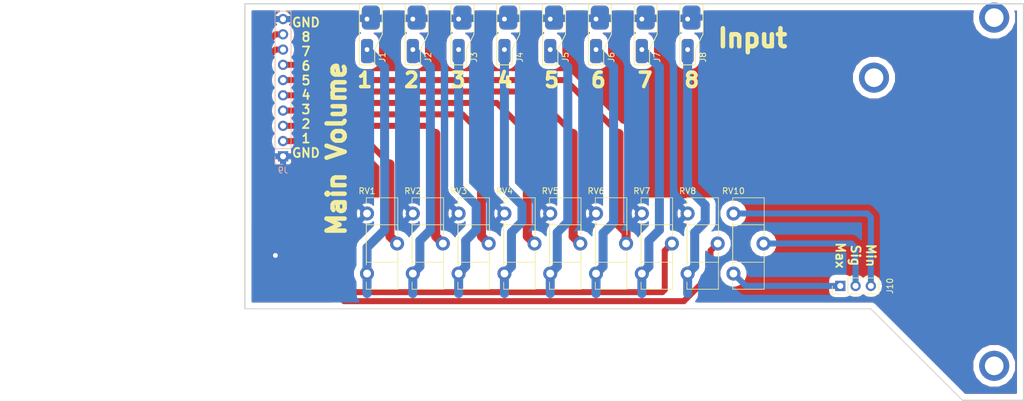
<source format=kicad_pcb>
(kicad_pcb (version 20171130) (host pcbnew 5.0.2-bee76a0~70~ubuntu16.04.1)

  (general
    (thickness 1.6)
    (drawings 18)
    (tracks 123)
    (zones 0)
    (modules 19)
    (nets 21)
  )

  (page A4)
  (layers
    (0 F.Cu signal)
    (31 B.Cu signal)
    (32 B.Adhes user)
    (33 F.Adhes user)
    (34 B.Paste user)
    (35 F.Paste user)
    (36 B.SilkS user)
    (37 F.SilkS user)
    (38 B.Mask user)
    (39 F.Mask user)
    (40 Dwgs.User user)
    (41 Cmts.User user)
    (42 Eco1.User user)
    (43 Eco2.User user)
    (44 Edge.Cuts user)
    (45 Margin user)
    (46 B.CrtYd user)
    (47 F.CrtYd user)
    (48 B.Fab user)
    (49 F.Fab user)
  )

  (setup
    (last_trace_width 1)
    (trace_clearance 0.5)
    (zone_clearance 1)
    (zone_45_only no)
    (trace_min 0.2)
    (segment_width 0.2)
    (edge_width 0.15)
    (via_size 0.8)
    (via_drill 0.4)
    (via_min_size 0.4)
    (via_min_drill 0.3)
    (uvia_size 0.3)
    (uvia_drill 0.1)
    (uvias_allowed no)
    (uvia_min_size 0.2)
    (uvia_min_drill 0.1)
    (pcb_text_width 0.3)
    (pcb_text_size 1.5 1.5)
    (mod_edge_width 0.15)
    (mod_text_size 1 1)
    (mod_text_width 0.15)
    (pad_size 2.34 2.34)
    (pad_drill 1.3)
    (pad_to_mask_clearance 0.051)
    (solder_mask_min_width 0.25)
    (aux_axis_origin 0 0)
    (visible_elements FFFFFF7F)
    (pcbplotparams
      (layerselection 0x010fc_ffffffff)
      (usegerberextensions false)
      (usegerberattributes false)
      (usegerberadvancedattributes false)
      (creategerberjobfile false)
      (excludeedgelayer true)
      (linewidth 0.100000)
      (plotframeref false)
      (viasonmask false)
      (mode 1)
      (useauxorigin false)
      (hpglpennumber 1)
      (hpglpenspeed 20)
      (hpglpendiameter 15.000000)
      (psnegative false)
      (psa4output false)
      (plotreference true)
      (plotvalue true)
      (plotinvisibletext false)
      (padsonsilk false)
      (subtractmaskfromsilk false)
      (outputformat 1)
      (mirror false)
      (drillshape 1)
      (scaleselection 1)
      (outputdirectory ""))
  )

  (net 0 "")
  (net 1 GNDA)
  (net 2 "Net-(J1-Pad2)")
  (net 3 "Net-(J2-Pad2)")
  (net 4 "Net-(J3-Pad2)")
  (net 5 "Net-(J4-Pad2)")
  (net 6 "Net-(J5-Pad2)")
  (net 7 "Net-(J6-Pad2)")
  (net 8 "Net-(J7-Pad2)")
  (net 9 "Net-(J8-Pad2)")
  (net 10 "Net-(J9-Pad2)")
  (net 11 "Net-(J9-Pad3)")
  (net 12 "Net-(J9-Pad4)")
  (net 13 "Net-(J9-Pad5)")
  (net 14 "Net-(J9-Pad6)")
  (net 15 "Net-(J9-Pad7)")
  (net 16 "Net-(J9-Pad8)")
  (net 17 "Net-(J9-Pad9)")
  (net 18 "Net-(J10-Pad1)")
  (net 19 "Net-(J10-Pad2)")
  (net 20 "Net-(J10-Pad3)")

  (net_class Default "This is the default net class."
    (clearance 0.5)
    (trace_width 1)
    (via_dia 0.8)
    (via_drill 0.4)
    (uvia_dia 0.3)
    (uvia_drill 0.1)
    (add_net GNDA)
    (add_net "Net-(J1-Pad2)")
    (add_net "Net-(J10-Pad1)")
    (add_net "Net-(J10-Pad2)")
    (add_net "Net-(J10-Pad3)")
    (add_net "Net-(J2-Pad2)")
    (add_net "Net-(J3-Pad2)")
    (add_net "Net-(J4-Pad2)")
    (add_net "Net-(J5-Pad2)")
    (add_net "Net-(J6-Pad2)")
    (add_net "Net-(J7-Pad2)")
    (add_net "Net-(J8-Pad2)")
    (add_net "Net-(J9-Pad2)")
    (add_net "Net-(J9-Pad3)")
    (add_net "Net-(J9-Pad4)")
    (add_net "Net-(J9-Pad5)")
    (add_net "Net-(J9-Pad6)")
    (add_net "Net-(J9-Pad7)")
    (add_net "Net-(J9-Pad8)")
    (add_net "Net-(J9-Pad9)")
  )

  (module footprints:coax_solder_pad (layer F.Cu) (tedit 5CB1CA80) (tstamp 5CEA5086)
    (at 73.66 15.24 270)
    (path /5CEA9CF8)
    (fp_text reference J1 (at 6.35 -2.54 270) (layer F.SilkS)
      (effects (font (size 1 1) (thickness 0.15)))
    )
    (fp_text value Conn_01x02 (at 3.81 -3.81 270) (layer F.Fab)
      (effects (font (size 1 1) (thickness 0.15)))
    )
    (fp_line (start -2.54 -2.54) (end 2.54 -2.54) (layer F.SilkS) (width 0.15))
    (fp_line (start 2.54 -2.54) (end 5.08 -1.27) (layer F.SilkS) (width 0.15))
    (fp_line (start 5.08 -1.27) (end 7.62 -1.27) (layer F.SilkS) (width 0.15))
    (fp_line (start 7.62 -1.27) (end 7.62 1.27) (layer F.SilkS) (width 0.15))
    (fp_line (start 7.62 1.27) (end -2.54 1.27) (layer F.SilkS) (width 0.15))
    (fp_line (start -2.54 1.27) (end -2.54 -2.54) (layer F.SilkS) (width 0.15))
    (pad 1 thru_hole roundrect (at 0 0 270) (size 4 3) (drill 0.8 (offset -0.254 -0.635)) (layers *.Cu *.Mask) (roundrect_rratio 0.25)
      (net 1 GNDA))
    (pad 2 thru_hole roundrect (at 5.08 0 270) (size 4 2) (drill 0.8 (offset 0.254 0)) (layers *.Cu *.Mask) (roundrect_rratio 0.25)
      (net 2 "Net-(J1-Pad2)"))
  )

  (module footprints:coax_solder_pad (layer F.Cu) (tedit 5CB1CA80) (tstamp 5CEA5092)
    (at 81.28 15.24 270)
    (path /5CEAA6AA)
    (fp_text reference J2 (at 6.35 -2.54 270) (layer F.SilkS)
      (effects (font (size 1 1) (thickness 0.15)))
    )
    (fp_text value Conn_01x02 (at 3.81 -3.81 270) (layer F.Fab)
      (effects (font (size 1 1) (thickness 0.15)))
    )
    (fp_line (start -2.54 1.27) (end -2.54 -2.54) (layer F.SilkS) (width 0.15))
    (fp_line (start 7.62 1.27) (end -2.54 1.27) (layer F.SilkS) (width 0.15))
    (fp_line (start 7.62 -1.27) (end 7.62 1.27) (layer F.SilkS) (width 0.15))
    (fp_line (start 5.08 -1.27) (end 7.62 -1.27) (layer F.SilkS) (width 0.15))
    (fp_line (start 2.54 -2.54) (end 5.08 -1.27) (layer F.SilkS) (width 0.15))
    (fp_line (start -2.54 -2.54) (end 2.54 -2.54) (layer F.SilkS) (width 0.15))
    (pad 2 thru_hole roundrect (at 5.08 0 270) (size 4 2) (drill 0.8 (offset 0.254 0)) (layers *.Cu *.Mask) (roundrect_rratio 0.25)
      (net 3 "Net-(J2-Pad2)"))
    (pad 1 thru_hole roundrect (at 0 0 270) (size 4 3) (drill 0.8 (offset -0.254 -0.635)) (layers *.Cu *.Mask) (roundrect_rratio 0.25)
      (net 1 GNDA))
  )

  (module footprints:coax_solder_pad (layer F.Cu) (tedit 5CB1CA80) (tstamp 5CEA509E)
    (at 88.9 15.24 270)
    (path /5CEAB615)
    (fp_text reference J3 (at 6.35 -2.54 270) (layer F.SilkS)
      (effects (font (size 1 1) (thickness 0.15)))
    )
    (fp_text value Conn_01x02 (at 3.81 -3.81 270) (layer F.Fab)
      (effects (font (size 1 1) (thickness 0.15)))
    )
    (fp_line (start -2.54 -2.54) (end 2.54 -2.54) (layer F.SilkS) (width 0.15))
    (fp_line (start 2.54 -2.54) (end 5.08 -1.27) (layer F.SilkS) (width 0.15))
    (fp_line (start 5.08 -1.27) (end 7.62 -1.27) (layer F.SilkS) (width 0.15))
    (fp_line (start 7.62 -1.27) (end 7.62 1.27) (layer F.SilkS) (width 0.15))
    (fp_line (start 7.62 1.27) (end -2.54 1.27) (layer F.SilkS) (width 0.15))
    (fp_line (start -2.54 1.27) (end -2.54 -2.54) (layer F.SilkS) (width 0.15))
    (pad 1 thru_hole roundrect (at 0 0 270) (size 4 3) (drill 0.8 (offset -0.254 -0.635)) (layers *.Cu *.Mask) (roundrect_rratio 0.25)
      (net 1 GNDA))
    (pad 2 thru_hole roundrect (at 5.08 0 270) (size 4 2) (drill 0.8 (offset 0.254 0)) (layers *.Cu *.Mask) (roundrect_rratio 0.25)
      (net 4 "Net-(J3-Pad2)"))
  )

  (module footprints:coax_solder_pad (layer F.Cu) (tedit 5CB1CA80) (tstamp 5CEA6703)
    (at 96.52 15.24 270)
    (path /5CEABD74)
    (fp_text reference J4 (at 6.35 -2.54 270) (layer F.SilkS)
      (effects (font (size 1 1) (thickness 0.15)))
    )
    (fp_text value Conn_01x02 (at 3.81 -3.81 270) (layer F.Fab)
      (effects (font (size 1 1) (thickness 0.15)))
    )
    (fp_line (start -2.54 1.27) (end -2.54 -2.54) (layer F.SilkS) (width 0.15))
    (fp_line (start 7.62 1.27) (end -2.54 1.27) (layer F.SilkS) (width 0.15))
    (fp_line (start 7.62 -1.27) (end 7.62 1.27) (layer F.SilkS) (width 0.15))
    (fp_line (start 5.08 -1.27) (end 7.62 -1.27) (layer F.SilkS) (width 0.15))
    (fp_line (start 2.54 -2.54) (end 5.08 -1.27) (layer F.SilkS) (width 0.15))
    (fp_line (start -2.54 -2.54) (end 2.54 -2.54) (layer F.SilkS) (width 0.15))
    (pad 2 thru_hole roundrect (at 5.08 0 270) (size 4 2) (drill 0.8 (offset 0.254 0)) (layers *.Cu *.Mask) (roundrect_rratio 0.25)
      (net 5 "Net-(J4-Pad2)"))
    (pad 1 thru_hole roundrect (at 0 0 270) (size 4 3) (drill 0.8 (offset -0.254 -0.635)) (layers *.Cu *.Mask) (roundrect_rratio 0.25)
      (net 1 GNDA))
  )

  (module footprints:coax_solder_pad (layer F.Cu) (tedit 5CB1CA80) (tstamp 5CEA50B6)
    (at 104.14 15.24 270)
    (path /5CEAC4D7)
    (fp_text reference J5 (at 6.35 -2.54 270) (layer F.SilkS)
      (effects (font (size 1 1) (thickness 0.15)))
    )
    (fp_text value Conn_01x02 (at 3.81 -3.81 270) (layer F.Fab)
      (effects (font (size 1 1) (thickness 0.15)))
    )
    (fp_line (start -2.54 -2.54) (end 2.54 -2.54) (layer F.SilkS) (width 0.15))
    (fp_line (start 2.54 -2.54) (end 5.08 -1.27) (layer F.SilkS) (width 0.15))
    (fp_line (start 5.08 -1.27) (end 7.62 -1.27) (layer F.SilkS) (width 0.15))
    (fp_line (start 7.62 -1.27) (end 7.62 1.27) (layer F.SilkS) (width 0.15))
    (fp_line (start 7.62 1.27) (end -2.54 1.27) (layer F.SilkS) (width 0.15))
    (fp_line (start -2.54 1.27) (end -2.54 -2.54) (layer F.SilkS) (width 0.15))
    (pad 1 thru_hole roundrect (at 0 0 270) (size 4 3) (drill 0.8 (offset -0.254 -0.635)) (layers *.Cu *.Mask) (roundrect_rratio 0.25)
      (net 1 GNDA))
    (pad 2 thru_hole roundrect (at 5.08 0 270) (size 4 2) (drill 0.8 (offset 0.254 0)) (layers *.Cu *.Mask) (roundrect_rratio 0.25)
      (net 6 "Net-(J5-Pad2)"))
  )

  (module footprints:coax_solder_pad (layer F.Cu) (tedit 5CB1CA80) (tstamp 5CEA50C2)
    (at 111.76 15.24 270)
    (path /5CEACC54)
    (fp_text reference J6 (at 6.35 -2.54 270) (layer F.SilkS)
      (effects (font (size 1 1) (thickness 0.15)))
    )
    (fp_text value Conn_01x02 (at 3.81 -3.81 270) (layer F.Fab)
      (effects (font (size 1 1) (thickness 0.15)))
    )
    (fp_line (start -2.54 1.27) (end -2.54 -2.54) (layer F.SilkS) (width 0.15))
    (fp_line (start 7.62 1.27) (end -2.54 1.27) (layer F.SilkS) (width 0.15))
    (fp_line (start 7.62 -1.27) (end 7.62 1.27) (layer F.SilkS) (width 0.15))
    (fp_line (start 5.08 -1.27) (end 7.62 -1.27) (layer F.SilkS) (width 0.15))
    (fp_line (start 2.54 -2.54) (end 5.08 -1.27) (layer F.SilkS) (width 0.15))
    (fp_line (start -2.54 -2.54) (end 2.54 -2.54) (layer F.SilkS) (width 0.15))
    (pad 2 thru_hole roundrect (at 5.08 0 270) (size 4 2) (drill 0.8 (offset 0.254 0)) (layers *.Cu *.Mask) (roundrect_rratio 0.25)
      (net 7 "Net-(J6-Pad2)"))
    (pad 1 thru_hole roundrect (at 0 0 270) (size 4 3) (drill 0.8 (offset -0.254 -0.635)) (layers *.Cu *.Mask) (roundrect_rratio 0.25)
      (net 1 GNDA))
  )

  (module footprints:coax_solder_pad (layer F.Cu) (tedit 5CB1CA80) (tstamp 5CEA50CE)
    (at 119.38 15.24 270)
    (path /5CEAD3AB)
    (fp_text reference J7 (at 6.35 -2.54 270) (layer F.SilkS)
      (effects (font (size 1 1) (thickness 0.15)))
    )
    (fp_text value Conn_01x02 (at 3.81 -3.81 270) (layer F.Fab)
      (effects (font (size 1 1) (thickness 0.15)))
    )
    (fp_line (start -2.54 -2.54) (end 2.54 -2.54) (layer F.SilkS) (width 0.15))
    (fp_line (start 2.54 -2.54) (end 5.08 -1.27) (layer F.SilkS) (width 0.15))
    (fp_line (start 5.08 -1.27) (end 7.62 -1.27) (layer F.SilkS) (width 0.15))
    (fp_line (start 7.62 -1.27) (end 7.62 1.27) (layer F.SilkS) (width 0.15))
    (fp_line (start 7.62 1.27) (end -2.54 1.27) (layer F.SilkS) (width 0.15))
    (fp_line (start -2.54 1.27) (end -2.54 -2.54) (layer F.SilkS) (width 0.15))
    (pad 1 thru_hole roundrect (at 0 0 270) (size 4 3) (drill 0.8 (offset -0.254 -0.635)) (layers *.Cu *.Mask) (roundrect_rratio 0.25)
      (net 1 GNDA))
    (pad 2 thru_hole roundrect (at 5.08 0 270) (size 4 2) (drill 0.8 (offset 0.254 0)) (layers *.Cu *.Mask) (roundrect_rratio 0.25)
      (net 8 "Net-(J7-Pad2)"))
  )

  (module footprints:coax_solder_pad (layer F.Cu) (tedit 5CB1CA80) (tstamp 5CEA50DA)
    (at 127 15.24 270)
    (path /5CEADB0E)
    (fp_text reference J8 (at 6.35 -2.54 270) (layer F.SilkS)
      (effects (font (size 1 1) (thickness 0.15)))
    )
    (fp_text value Conn_01x02 (at 3.81 -3.81 270) (layer F.Fab)
      (effects (font (size 1 1) (thickness 0.15)))
    )
    (fp_line (start -2.54 1.27) (end -2.54 -2.54) (layer F.SilkS) (width 0.15))
    (fp_line (start 7.62 1.27) (end -2.54 1.27) (layer F.SilkS) (width 0.15))
    (fp_line (start 7.62 -1.27) (end 7.62 1.27) (layer F.SilkS) (width 0.15))
    (fp_line (start 5.08 -1.27) (end 7.62 -1.27) (layer F.SilkS) (width 0.15))
    (fp_line (start 2.54 -2.54) (end 5.08 -1.27) (layer F.SilkS) (width 0.15))
    (fp_line (start -2.54 -2.54) (end 2.54 -2.54) (layer F.SilkS) (width 0.15))
    (pad 2 thru_hole roundrect (at 5.08 0 270) (size 4 2) (drill 0.8 (offset 0.254 0)) (layers *.Cu *.Mask) (roundrect_rratio 0.25)
      (net 9 "Net-(J8-Pad2)"))
    (pad 1 thru_hole roundrect (at 0 0 270) (size 4 3) (drill 0.8 (offset -0.254 -0.635)) (layers *.Cu *.Mask) (roundrect_rratio 0.25)
      (net 1 GNDA))
  )

  (module Connector_PinHeader_2.54mm:PinHeader_1x10_P2.54mm_Vertical (layer B.Cu) (tedit 59FED5CC) (tstamp 5CEA5E60)
    (at 59.69 38.1)
    (descr "Through hole straight pin header, 1x10, 2.54mm pitch, single row")
    (tags "Through hole pin header THT 1x10 2.54mm single row")
    (path /5CEA4DA9)
    (fp_text reference J9 (at 0 2.33) (layer B.SilkS)
      (effects (font (size 1 1) (thickness 0.15)) (justify mirror))
    )
    (fp_text value Conn_01x10 (at 0 -25.19) (layer B.Fab)
      (effects (font (size 1 1) (thickness 0.15)) (justify mirror))
    )
    (fp_line (start -0.635 1.27) (end 1.27 1.27) (layer B.Fab) (width 0.1))
    (fp_line (start 1.27 1.27) (end 1.27 -24.13) (layer B.Fab) (width 0.1))
    (fp_line (start 1.27 -24.13) (end -1.27 -24.13) (layer B.Fab) (width 0.1))
    (fp_line (start -1.27 -24.13) (end -1.27 0.635) (layer B.Fab) (width 0.1))
    (fp_line (start -1.27 0.635) (end -0.635 1.27) (layer B.Fab) (width 0.1))
    (fp_line (start -1.33 -24.19) (end 1.33 -24.19) (layer B.SilkS) (width 0.12))
    (fp_line (start -1.33 -1.27) (end -1.33 -24.19) (layer B.SilkS) (width 0.12))
    (fp_line (start 1.33 -1.27) (end 1.33 -24.19) (layer B.SilkS) (width 0.12))
    (fp_line (start -1.33 -1.27) (end 1.33 -1.27) (layer B.SilkS) (width 0.12))
    (fp_line (start -1.33 0) (end -1.33 1.33) (layer B.SilkS) (width 0.12))
    (fp_line (start -1.33 1.33) (end 0 1.33) (layer B.SilkS) (width 0.12))
    (fp_line (start -1.8 1.8) (end -1.8 -24.65) (layer B.CrtYd) (width 0.05))
    (fp_line (start -1.8 -24.65) (end 1.8 -24.65) (layer B.CrtYd) (width 0.05))
    (fp_line (start 1.8 -24.65) (end 1.8 1.8) (layer B.CrtYd) (width 0.05))
    (fp_line (start 1.8 1.8) (end -1.8 1.8) (layer B.CrtYd) (width 0.05))
    (fp_text user %R (at 0 -11.43 -90) (layer B.Fab)
      (effects (font (size 1 1) (thickness 0.15)) (justify mirror))
    )
    (pad 1 thru_hole rect (at 0 0) (size 1.7 1.7) (drill 1) (layers *.Cu *.Mask)
      (net 1 GNDA))
    (pad 2 thru_hole oval (at 0 -2.54) (size 1.7 1.7) (drill 1) (layers *.Cu *.Mask)
      (net 10 "Net-(J9-Pad2)"))
    (pad 3 thru_hole oval (at 0 -5.08) (size 1.7 1.7) (drill 1) (layers *.Cu *.Mask)
      (net 11 "Net-(J9-Pad3)"))
    (pad 4 thru_hole oval (at 0 -7.62) (size 1.7 1.7) (drill 1) (layers *.Cu *.Mask)
      (net 12 "Net-(J9-Pad4)"))
    (pad 5 thru_hole oval (at 0 -10.16) (size 1.7 1.7) (drill 1) (layers *.Cu *.Mask)
      (net 13 "Net-(J9-Pad5)"))
    (pad 6 thru_hole oval (at 0 -12.7) (size 1.7 1.7) (drill 1) (layers *.Cu *.Mask)
      (net 14 "Net-(J9-Pad6)"))
    (pad 7 thru_hole oval (at 0 -15.24) (size 1.7 1.7) (drill 1) (layers *.Cu *.Mask)
      (net 15 "Net-(J9-Pad7)"))
    (pad 8 thru_hole oval (at 0 -17.78) (size 1.7 1.7) (drill 1) (layers *.Cu *.Mask)
      (net 16 "Net-(J9-Pad8)"))
    (pad 9 thru_hole oval (at 0 -20.32) (size 1.7 1.7) (drill 1) (layers *.Cu *.Mask)
      (net 17 "Net-(J9-Pad9)"))
    (pad 10 thru_hole oval (at 0 -22.86) (size 1.7 1.7) (drill 1) (layers *.Cu *.Mask)
      (net 1 GNDA))
    (model ${KISYS3DMOD}/Connector_PinHeader_2.54mm.3dshapes/PinHeader_1x10_P2.54mm_Vertical.wrl
      (at (xyz 0 0 0))
      (scale (xyz 1 1 1))
      (rotate (xyz 0 0 0))
    )
  )

  (module Connector_PinHeader_2.54mm:PinHeader_1x03_P2.54mm_Vertical (layer F.Cu) (tedit 59FED5CC) (tstamp 5CEA68B6)
    (at 152.4 59.69 90)
    (descr "Through hole straight pin header, 1x03, 2.54mm pitch, single row")
    (tags "Through hole pin header THT 1x03 2.54mm single row")
    (path /5CEA4A3E)
    (fp_text reference J10 (at 0 8.255 90) (layer F.SilkS)
      (effects (font (size 1 1) (thickness 0.15)))
    )
    (fp_text value Conn_servo (at 0 7.41 90) (layer F.Fab)
      (effects (font (size 1 1) (thickness 0.15)))
    )
    (fp_text user %R (at 0 2.54 180) (layer F.Fab)
      (effects (font (size 1 1) (thickness 0.15)))
    )
    (fp_line (start 1.8 -1.8) (end -1.8 -1.8) (layer F.CrtYd) (width 0.05))
    (fp_line (start 1.8 6.85) (end 1.8 -1.8) (layer F.CrtYd) (width 0.05))
    (fp_line (start -1.8 6.85) (end 1.8 6.85) (layer F.CrtYd) (width 0.05))
    (fp_line (start -1.8 -1.8) (end -1.8 6.85) (layer F.CrtYd) (width 0.05))
    (fp_line (start -1.33 -1.33) (end 0 -1.33) (layer F.SilkS) (width 0.12))
    (fp_line (start -1.33 0) (end -1.33 -1.33) (layer F.SilkS) (width 0.12))
    (fp_line (start -1.33 1.27) (end 1.33 1.27) (layer F.SilkS) (width 0.12))
    (fp_line (start 1.33 1.27) (end 1.33 6.41) (layer F.SilkS) (width 0.12))
    (fp_line (start -1.33 1.27) (end -1.33 6.41) (layer F.SilkS) (width 0.12))
    (fp_line (start -1.33 6.41) (end 1.33 6.41) (layer F.SilkS) (width 0.12))
    (fp_line (start -1.27 -0.635) (end -0.635 -1.27) (layer F.Fab) (width 0.1))
    (fp_line (start -1.27 6.35) (end -1.27 -0.635) (layer F.Fab) (width 0.1))
    (fp_line (start 1.27 6.35) (end -1.27 6.35) (layer F.Fab) (width 0.1))
    (fp_line (start 1.27 -1.27) (end 1.27 6.35) (layer F.Fab) (width 0.1))
    (fp_line (start -0.635 -1.27) (end 1.27 -1.27) (layer F.Fab) (width 0.1))
    (pad 3 thru_hole oval (at 0 5.08 90) (size 1.7 1.7) (drill 1) (layers *.Cu *.Mask)
      (net 20 "Net-(J10-Pad3)"))
    (pad 2 thru_hole oval (at 0 2.54 90) (size 1.7 1.7) (drill 1) (layers *.Cu *.Mask)
      (net 19 "Net-(J10-Pad2)"))
    (pad 1 thru_hole rect (at 0 0 90) (size 1.7 1.7) (drill 1) (layers *.Cu *.Mask)
      (net 18 "Net-(J10-Pad1)"))
    (model ${KISYS3DMOD}/Connector_PinHeader_2.54mm.3dshapes/PinHeader_1x03_P2.54mm_Vertical.wrl
      (at (xyz 0 0 0))
      (scale (xyz 1 1 1))
      (rotate (xyz 0 0 0))
    )
  )

  (module Potentiometer_THT:Potentiometer_Piher_PT-15-H05_Horizontal (layer F.Cu) (tedit 5A3D4994) (tstamp 5D8122C3)
    (at 73.66 47.625)
    (descr "Potentiometer, horizontal, Piher PT-15-H05, http://www.piher-nacesa.com/pdf/14-PT15v03.pdf")
    (tags "Potentiometer horizontal Piher PT-15-H05")
    (path /5CEA489F)
    (fp_text reference RV1 (at 0 -3.75) (layer F.SilkS)
      (effects (font (size 1 1) (thickness 0.15)))
    )
    (fp_text value R_POT (at 0 13.75) (layer F.Fab)
      (effects (font (size 1 1) (thickness 0.15)))
    )
    (fp_line (start 5 -2.5) (end 5 12.5) (layer F.Fab) (width 0.1))
    (fp_line (start 5 12.5) (end 0 12.5) (layer F.Fab) (width 0.1))
    (fp_line (start 0 12.5) (end 0 -2.5) (layer F.Fab) (width 0.1))
    (fp_line (start 0 -2.5) (end 5 -2.5) (layer F.Fab) (width 0.1))
    (fp_line (start 0 2) (end 0 8) (layer F.Fab) (width 0.1))
    (fp_line (start 0 8) (end 5 8) (layer F.Fab) (width 0.1))
    (fp_line (start 5 8) (end 5 2) (layer F.Fab) (width 0.1))
    (fp_line (start 5 2) (end 0 2) (layer F.Fab) (width 0.1))
    (fp_line (start -0.121 -2.62) (end 5.12 -2.62) (layer F.SilkS) (width 0.12))
    (fp_line (start -0.121 12.62) (end 5.12 12.62) (layer F.SilkS) (width 0.12))
    (fp_line (start 5.12 -2.62) (end 5.12 3.575) (layer F.SilkS) (width 0.12))
    (fp_line (start 5.12 6.425) (end 5.12 12.62) (layer F.SilkS) (width 0.12))
    (fp_line (start -0.121 11.425) (end -0.121 12.62) (layer F.SilkS) (width 0.12))
    (fp_line (start -0.121 -2.62) (end -0.121 -1.426) (layer F.SilkS) (width 0.12))
    (fp_line (start -0.121 1.426) (end -0.121 8.575) (layer F.SilkS) (width 0.12))
    (fp_line (start -0.121 1.88) (end 5.12 1.88) (layer F.SilkS) (width 0.12))
    (fp_line (start -0.121 8.121) (end 5.12 8.121) (layer F.SilkS) (width 0.12))
    (fp_line (start -0.121 1.88) (end -0.121 8.121) (layer F.SilkS) (width 0.12))
    (fp_line (start 5.12 1.88) (end 5.12 3.575) (layer F.SilkS) (width 0.12))
    (fp_line (start 5.12 6.425) (end 5.12 8.121) (layer F.SilkS) (width 0.12))
    (fp_line (start -1.45 -2.75) (end -1.45 12.75) (layer F.CrtYd) (width 0.05))
    (fp_line (start -1.45 12.75) (end 6.45 12.75) (layer F.CrtYd) (width 0.05))
    (fp_line (start 6.45 12.75) (end 6.45 -2.75) (layer F.CrtYd) (width 0.05))
    (fp_line (start 6.45 -2.75) (end -1.45 -2.75) (layer F.CrtYd) (width 0.05))
    (fp_text user %R (at 2.5 5) (layer F.Fab)
      (effects (font (size 1 1) (thickness 0.15)))
    )
    (pad 3 thru_hole circle (at 0 10) (size 2.34 2.34) (drill 1.3) (layers *.Cu *.Mask)
      (net 2 "Net-(J1-Pad2)"))
    (pad 2 thru_hole circle (at 5 5) (size 2.34 2.34) (drill 1.3) (layers *.Cu *.Mask)
      (net 10 "Net-(J9-Pad2)"))
    (pad 1 thru_hole circle (at 0 0) (size 2.34 2.34) (drill 1.3) (layers *.Cu *.Mask)
      (net 1 GNDA))
    (model ${KISYS3DMOD}/Potentiometer_THT.3dshapes/Potentiometer_Piher_PT-15-H05_Horizontal.wrl
      (at (xyz 0 0 0))
      (scale (xyz 1 1 1))
      (rotate (xyz 0 0 0))
    )
  )

  (module Potentiometer_THT:Potentiometer_Piher_PT-15-H05_Horizontal (layer F.Cu) (tedit 5A3D4994) (tstamp 5D812206)
    (at 81.28 47.625)
    (descr "Potentiometer, horizontal, Piher PT-15-H05, http://www.piher-nacesa.com/pdf/14-PT15v03.pdf")
    (tags "Potentiometer horizontal Piher PT-15-H05")
    (path /5CEA509A)
    (fp_text reference RV2 (at 0 -3.75) (layer F.SilkS)
      (effects (font (size 1 1) (thickness 0.15)))
    )
    (fp_text value R_POT (at 0 13.75) (layer F.Fab)
      (effects (font (size 1 1) (thickness 0.15)))
    )
    (fp_text user %R (at 2.5 5) (layer F.Fab)
      (effects (font (size 1 1) (thickness 0.15)))
    )
    (fp_line (start 6.45 -2.75) (end -1.45 -2.75) (layer F.CrtYd) (width 0.05))
    (fp_line (start 6.45 12.75) (end 6.45 -2.75) (layer F.CrtYd) (width 0.05))
    (fp_line (start -1.45 12.75) (end 6.45 12.75) (layer F.CrtYd) (width 0.05))
    (fp_line (start -1.45 -2.75) (end -1.45 12.75) (layer F.CrtYd) (width 0.05))
    (fp_line (start 5.12 6.425) (end 5.12 8.121) (layer F.SilkS) (width 0.12))
    (fp_line (start 5.12 1.88) (end 5.12 3.575) (layer F.SilkS) (width 0.12))
    (fp_line (start -0.121 1.88) (end -0.121 8.121) (layer F.SilkS) (width 0.12))
    (fp_line (start -0.121 8.121) (end 5.12 8.121) (layer F.SilkS) (width 0.12))
    (fp_line (start -0.121 1.88) (end 5.12 1.88) (layer F.SilkS) (width 0.12))
    (fp_line (start -0.121 1.426) (end -0.121 8.575) (layer F.SilkS) (width 0.12))
    (fp_line (start -0.121 -2.62) (end -0.121 -1.426) (layer F.SilkS) (width 0.12))
    (fp_line (start -0.121 11.425) (end -0.121 12.62) (layer F.SilkS) (width 0.12))
    (fp_line (start 5.12 6.425) (end 5.12 12.62) (layer F.SilkS) (width 0.12))
    (fp_line (start 5.12 -2.62) (end 5.12 3.575) (layer F.SilkS) (width 0.12))
    (fp_line (start -0.121 12.62) (end 5.12 12.62) (layer F.SilkS) (width 0.12))
    (fp_line (start -0.121 -2.62) (end 5.12 -2.62) (layer F.SilkS) (width 0.12))
    (fp_line (start 5 2) (end 0 2) (layer F.Fab) (width 0.1))
    (fp_line (start 5 8) (end 5 2) (layer F.Fab) (width 0.1))
    (fp_line (start 0 8) (end 5 8) (layer F.Fab) (width 0.1))
    (fp_line (start 0 2) (end 0 8) (layer F.Fab) (width 0.1))
    (fp_line (start 0 -2.5) (end 5 -2.5) (layer F.Fab) (width 0.1))
    (fp_line (start 0 12.5) (end 0 -2.5) (layer F.Fab) (width 0.1))
    (fp_line (start 5 12.5) (end 0 12.5) (layer F.Fab) (width 0.1))
    (fp_line (start 5 -2.5) (end 5 12.5) (layer F.Fab) (width 0.1))
    (pad 1 thru_hole circle (at 0 0) (size 2.34 2.34) (drill 1.3) (layers *.Cu *.Mask)
      (net 1 GNDA))
    (pad 2 thru_hole circle (at 5 5) (size 2.34 2.34) (drill 1.3) (layers *.Cu *.Mask)
      (net 11 "Net-(J9-Pad3)"))
    (pad 3 thru_hole circle (at 0 10) (size 2.34 2.34) (drill 1.3) (layers *.Cu *.Mask)
      (net 3 "Net-(J2-Pad2)"))
    (model ${KISYS3DMOD}/Potentiometer_THT.3dshapes/Potentiometer_Piher_PT-15-H05_Horizontal.wrl
      (at (xyz 0 0 0))
      (scale (xyz 1 1 1))
      (rotate (xyz 0 0 0))
    )
  )

  (module Potentiometer_THT:Potentiometer_Piher_PT-15-H05_Horizontal (layer F.Cu) (tedit 5A3D4994) (tstamp 5D81214C)
    (at 88.9 47.625)
    (descr "Potentiometer, horizontal, Piher PT-15-H05, http://www.piher-nacesa.com/pdf/14-PT15v03.pdf")
    (tags "Potentiometer horizontal Piher PT-15-H05")
    (path /5CEA51E9)
    (fp_text reference RV3 (at 0 -3.75) (layer F.SilkS)
      (effects (font (size 1 1) (thickness 0.15)))
    )
    (fp_text value R_POT (at 0 13.75) (layer F.Fab)
      (effects (font (size 1 1) (thickness 0.15)))
    )
    (fp_line (start 5 -2.5) (end 5 12.5) (layer F.Fab) (width 0.1))
    (fp_line (start 5 12.5) (end 0 12.5) (layer F.Fab) (width 0.1))
    (fp_line (start 0 12.5) (end 0 -2.5) (layer F.Fab) (width 0.1))
    (fp_line (start 0 -2.5) (end 5 -2.5) (layer F.Fab) (width 0.1))
    (fp_line (start 0 2) (end 0 8) (layer F.Fab) (width 0.1))
    (fp_line (start 0 8) (end 5 8) (layer F.Fab) (width 0.1))
    (fp_line (start 5 8) (end 5 2) (layer F.Fab) (width 0.1))
    (fp_line (start 5 2) (end 0 2) (layer F.Fab) (width 0.1))
    (fp_line (start -0.121 -2.62) (end 5.12 -2.62) (layer F.SilkS) (width 0.12))
    (fp_line (start -0.121 12.62) (end 5.12 12.62) (layer F.SilkS) (width 0.12))
    (fp_line (start 5.12 -2.62) (end 5.12 3.575) (layer F.SilkS) (width 0.12))
    (fp_line (start 5.12 6.425) (end 5.12 12.62) (layer F.SilkS) (width 0.12))
    (fp_line (start -0.121 11.425) (end -0.121 12.62) (layer F.SilkS) (width 0.12))
    (fp_line (start -0.121 -2.62) (end -0.121 -1.426) (layer F.SilkS) (width 0.12))
    (fp_line (start -0.121 1.426) (end -0.121 8.575) (layer F.SilkS) (width 0.12))
    (fp_line (start -0.121 1.88) (end 5.12 1.88) (layer F.SilkS) (width 0.12))
    (fp_line (start -0.121 8.121) (end 5.12 8.121) (layer F.SilkS) (width 0.12))
    (fp_line (start -0.121 1.88) (end -0.121 8.121) (layer F.SilkS) (width 0.12))
    (fp_line (start 5.12 1.88) (end 5.12 3.575) (layer F.SilkS) (width 0.12))
    (fp_line (start 5.12 6.425) (end 5.12 8.121) (layer F.SilkS) (width 0.12))
    (fp_line (start -1.45 -2.75) (end -1.45 12.75) (layer F.CrtYd) (width 0.05))
    (fp_line (start -1.45 12.75) (end 6.45 12.75) (layer F.CrtYd) (width 0.05))
    (fp_line (start 6.45 12.75) (end 6.45 -2.75) (layer F.CrtYd) (width 0.05))
    (fp_line (start 6.45 -2.75) (end -1.45 -2.75) (layer F.CrtYd) (width 0.05))
    (fp_text user %R (at 2.5 5) (layer F.Fab)
      (effects (font (size 1 1) (thickness 0.15)))
    )
    (pad 3 thru_hole circle (at 0 10) (size 2.34 2.34) (drill 1.3) (layers *.Cu *.Mask)
      (net 4 "Net-(J3-Pad2)"))
    (pad 2 thru_hole circle (at 5 5) (size 2.34 2.34) (drill 1.3) (layers *.Cu *.Mask)
      (net 12 "Net-(J9-Pad4)"))
    (pad 1 thru_hole circle (at 0 0) (size 2.34 2.34) (drill 1.3) (layers *.Cu *.Mask)
      (net 1 GNDA))
    (model ${KISYS3DMOD}/Potentiometer_THT.3dshapes/Potentiometer_Piher_PT-15-H05_Horizontal.wrl
      (at (xyz 0 0 0))
      (scale (xyz 1 1 1))
      (rotate (xyz 0 0 0))
    )
  )

  (module Potentiometer_THT:Potentiometer_Piher_PT-15-H05_Horizontal (layer F.Cu) (tedit 5A3D4994) (tstamp 5D8121A9)
    (at 96.52 47.625)
    (descr "Potentiometer, horizontal, Piher PT-15-H05, http://www.piher-nacesa.com/pdf/14-PT15v03.pdf")
    (tags "Potentiometer horizontal Piher PT-15-H05")
    (path /5CEA51F7)
    (fp_text reference RV4 (at 0 -3.75) (layer F.SilkS)
      (effects (font (size 1 1) (thickness 0.15)))
    )
    (fp_text value R_POT (at 0 13.75) (layer F.Fab)
      (effects (font (size 1 1) (thickness 0.15)))
    )
    (fp_text user %R (at 2.5 5) (layer F.Fab)
      (effects (font (size 1 1) (thickness 0.15)))
    )
    (fp_line (start 6.45 -2.75) (end -1.45 -2.75) (layer F.CrtYd) (width 0.05))
    (fp_line (start 6.45 12.75) (end 6.45 -2.75) (layer F.CrtYd) (width 0.05))
    (fp_line (start -1.45 12.75) (end 6.45 12.75) (layer F.CrtYd) (width 0.05))
    (fp_line (start -1.45 -2.75) (end -1.45 12.75) (layer F.CrtYd) (width 0.05))
    (fp_line (start 5.12 6.425) (end 5.12 8.121) (layer F.SilkS) (width 0.12))
    (fp_line (start 5.12 1.88) (end 5.12 3.575) (layer F.SilkS) (width 0.12))
    (fp_line (start -0.121 1.88) (end -0.121 8.121) (layer F.SilkS) (width 0.12))
    (fp_line (start -0.121 8.121) (end 5.12 8.121) (layer F.SilkS) (width 0.12))
    (fp_line (start -0.121 1.88) (end 5.12 1.88) (layer F.SilkS) (width 0.12))
    (fp_line (start -0.121 1.426) (end -0.121 8.575) (layer F.SilkS) (width 0.12))
    (fp_line (start -0.121 -2.62) (end -0.121 -1.426) (layer F.SilkS) (width 0.12))
    (fp_line (start -0.121 11.425) (end -0.121 12.62) (layer F.SilkS) (width 0.12))
    (fp_line (start 5.12 6.425) (end 5.12 12.62) (layer F.SilkS) (width 0.12))
    (fp_line (start 5.12 -2.62) (end 5.12 3.575) (layer F.SilkS) (width 0.12))
    (fp_line (start -0.121 12.62) (end 5.12 12.62) (layer F.SilkS) (width 0.12))
    (fp_line (start -0.121 -2.62) (end 5.12 -2.62) (layer F.SilkS) (width 0.12))
    (fp_line (start 5 2) (end 0 2) (layer F.Fab) (width 0.1))
    (fp_line (start 5 8) (end 5 2) (layer F.Fab) (width 0.1))
    (fp_line (start 0 8) (end 5 8) (layer F.Fab) (width 0.1))
    (fp_line (start 0 2) (end 0 8) (layer F.Fab) (width 0.1))
    (fp_line (start 0 -2.5) (end 5 -2.5) (layer F.Fab) (width 0.1))
    (fp_line (start 0 12.5) (end 0 -2.5) (layer F.Fab) (width 0.1))
    (fp_line (start 5 12.5) (end 0 12.5) (layer F.Fab) (width 0.1))
    (fp_line (start 5 -2.5) (end 5 12.5) (layer F.Fab) (width 0.1))
    (pad 1 thru_hole circle (at 0 0) (size 2.34 2.34) (drill 1.3) (layers *.Cu *.Mask)
      (net 1 GNDA))
    (pad 2 thru_hole circle (at 5 5) (size 2.34 2.34) (drill 1.3) (layers *.Cu *.Mask)
      (net 13 "Net-(J9-Pad5)"))
    (pad 3 thru_hole circle (at 0 10) (size 2.34 2.34) (drill 1.3) (layers *.Cu *.Mask)
      (net 5 "Net-(J4-Pad2)"))
    (model ${KISYS3DMOD}/Potentiometer_THT.3dshapes/Potentiometer_Piher_PT-15-H05_Horizontal.wrl
      (at (xyz 0 0 0))
      (scale (xyz 1 1 1))
      (rotate (xyz 0 0 0))
    )
  )

  (module Potentiometer_THT:Potentiometer_Piher_PT-15-H05_Horizontal (layer F.Cu) (tedit 5A3D4994) (tstamp 5D812266)
    (at 104.14 47.625)
    (descr "Potentiometer, horizontal, Piher PT-15-H05, http://www.piher-nacesa.com/pdf/14-PT15v03.pdf")
    (tags "Potentiometer horizontal Piher PT-15-H05")
    (path /5CEA53CE)
    (fp_text reference RV5 (at 0 -3.75) (layer F.SilkS)
      (effects (font (size 1 1) (thickness 0.15)))
    )
    (fp_text value R_POT (at 0 13.75) (layer F.Fab)
      (effects (font (size 1 1) (thickness 0.15)))
    )
    (fp_line (start 5 -2.5) (end 5 12.5) (layer F.Fab) (width 0.1))
    (fp_line (start 5 12.5) (end 0 12.5) (layer F.Fab) (width 0.1))
    (fp_line (start 0 12.5) (end 0 -2.5) (layer F.Fab) (width 0.1))
    (fp_line (start 0 -2.5) (end 5 -2.5) (layer F.Fab) (width 0.1))
    (fp_line (start 0 2) (end 0 8) (layer F.Fab) (width 0.1))
    (fp_line (start 0 8) (end 5 8) (layer F.Fab) (width 0.1))
    (fp_line (start 5 8) (end 5 2) (layer F.Fab) (width 0.1))
    (fp_line (start 5 2) (end 0 2) (layer F.Fab) (width 0.1))
    (fp_line (start -0.121 -2.62) (end 5.12 -2.62) (layer F.SilkS) (width 0.12))
    (fp_line (start -0.121 12.62) (end 5.12 12.62) (layer F.SilkS) (width 0.12))
    (fp_line (start 5.12 -2.62) (end 5.12 3.575) (layer F.SilkS) (width 0.12))
    (fp_line (start 5.12 6.425) (end 5.12 12.62) (layer F.SilkS) (width 0.12))
    (fp_line (start -0.121 11.425) (end -0.121 12.62) (layer F.SilkS) (width 0.12))
    (fp_line (start -0.121 -2.62) (end -0.121 -1.426) (layer F.SilkS) (width 0.12))
    (fp_line (start -0.121 1.426) (end -0.121 8.575) (layer F.SilkS) (width 0.12))
    (fp_line (start -0.121 1.88) (end 5.12 1.88) (layer F.SilkS) (width 0.12))
    (fp_line (start -0.121 8.121) (end 5.12 8.121) (layer F.SilkS) (width 0.12))
    (fp_line (start -0.121 1.88) (end -0.121 8.121) (layer F.SilkS) (width 0.12))
    (fp_line (start 5.12 1.88) (end 5.12 3.575) (layer F.SilkS) (width 0.12))
    (fp_line (start 5.12 6.425) (end 5.12 8.121) (layer F.SilkS) (width 0.12))
    (fp_line (start -1.45 -2.75) (end -1.45 12.75) (layer F.CrtYd) (width 0.05))
    (fp_line (start -1.45 12.75) (end 6.45 12.75) (layer F.CrtYd) (width 0.05))
    (fp_line (start 6.45 12.75) (end 6.45 -2.75) (layer F.CrtYd) (width 0.05))
    (fp_line (start 6.45 -2.75) (end -1.45 -2.75) (layer F.CrtYd) (width 0.05))
    (fp_text user %R (at 2.5 5) (layer F.Fab)
      (effects (font (size 1 1) (thickness 0.15)))
    )
    (pad 3 thru_hole circle (at 0 10) (size 2.34 2.34) (drill 1.3) (layers *.Cu *.Mask)
      (net 6 "Net-(J5-Pad2)"))
    (pad 2 thru_hole circle (at 5 5) (size 2.34 2.34) (drill 1.3) (layers *.Cu *.Mask)
      (net 14 "Net-(J9-Pad6)"))
    (pad 1 thru_hole circle (at 0 0) (size 2.34 2.34) (drill 1.3) (layers *.Cu *.Mask)
      (net 1 GNDA))
    (model ${KISYS3DMOD}/Potentiometer_THT.3dshapes/Potentiometer_Piher_PT-15-H05_Horizontal.wrl
      (at (xyz 0 0 0))
      (scale (xyz 1 1 1))
      (rotate (xyz 0 0 0))
    )
  )

  (module Potentiometer_THT:Potentiometer_Piher_PT-15-H05_Horizontal (layer F.Cu) (tedit 5A3D4994) (tstamp 5D811FE1)
    (at 111.76 47.625)
    (descr "Potentiometer, horizontal, Piher PT-15-H05, http://www.piher-nacesa.com/pdf/14-PT15v03.pdf")
    (tags "Potentiometer horizontal Piher PT-15-H05")
    (path /5CEA53DC)
    (fp_text reference RV6 (at 0 -3.75) (layer F.SilkS)
      (effects (font (size 1 1) (thickness 0.15)))
    )
    (fp_text value R_POT (at 0 13.75) (layer F.Fab)
      (effects (font (size 1 1) (thickness 0.15)))
    )
    (fp_text user %R (at 2.5 5) (layer F.Fab)
      (effects (font (size 1 1) (thickness 0.15)))
    )
    (fp_line (start 6.45 -2.75) (end -1.45 -2.75) (layer F.CrtYd) (width 0.05))
    (fp_line (start 6.45 12.75) (end 6.45 -2.75) (layer F.CrtYd) (width 0.05))
    (fp_line (start -1.45 12.75) (end 6.45 12.75) (layer F.CrtYd) (width 0.05))
    (fp_line (start -1.45 -2.75) (end -1.45 12.75) (layer F.CrtYd) (width 0.05))
    (fp_line (start 5.12 6.425) (end 5.12 8.121) (layer F.SilkS) (width 0.12))
    (fp_line (start 5.12 1.88) (end 5.12 3.575) (layer F.SilkS) (width 0.12))
    (fp_line (start -0.121 1.88) (end -0.121 8.121) (layer F.SilkS) (width 0.12))
    (fp_line (start -0.121 8.121) (end 5.12 8.121) (layer F.SilkS) (width 0.12))
    (fp_line (start -0.121 1.88) (end 5.12 1.88) (layer F.SilkS) (width 0.12))
    (fp_line (start -0.121 1.426) (end -0.121 8.575) (layer F.SilkS) (width 0.12))
    (fp_line (start -0.121 -2.62) (end -0.121 -1.426) (layer F.SilkS) (width 0.12))
    (fp_line (start -0.121 11.425) (end -0.121 12.62) (layer F.SilkS) (width 0.12))
    (fp_line (start 5.12 6.425) (end 5.12 12.62) (layer F.SilkS) (width 0.12))
    (fp_line (start 5.12 -2.62) (end 5.12 3.575) (layer F.SilkS) (width 0.12))
    (fp_line (start -0.121 12.62) (end 5.12 12.62) (layer F.SilkS) (width 0.12))
    (fp_line (start -0.121 -2.62) (end 5.12 -2.62) (layer F.SilkS) (width 0.12))
    (fp_line (start 5 2) (end 0 2) (layer F.Fab) (width 0.1))
    (fp_line (start 5 8) (end 5 2) (layer F.Fab) (width 0.1))
    (fp_line (start 0 8) (end 5 8) (layer F.Fab) (width 0.1))
    (fp_line (start 0 2) (end 0 8) (layer F.Fab) (width 0.1))
    (fp_line (start 0 -2.5) (end 5 -2.5) (layer F.Fab) (width 0.1))
    (fp_line (start 0 12.5) (end 0 -2.5) (layer F.Fab) (width 0.1))
    (fp_line (start 5 12.5) (end 0 12.5) (layer F.Fab) (width 0.1))
    (fp_line (start 5 -2.5) (end 5 12.5) (layer F.Fab) (width 0.1))
    (pad 1 thru_hole circle (at 0 0) (size 2.34 2.34) (drill 1.3) (layers *.Cu *.Mask)
      (net 1 GNDA))
    (pad 2 thru_hole circle (at 5 5) (size 2.34 2.34) (drill 1.3) (layers *.Cu *.Mask)
      (net 15 "Net-(J9-Pad7)"))
    (pad 3 thru_hole circle (at 0 10) (size 2.34 2.34) (drill 1.3) (layers *.Cu *.Mask)
      (net 7 "Net-(J6-Pad2)"))
    (model ${KISYS3DMOD}/Potentiometer_THT.3dshapes/Potentiometer_Piher_PT-15-H05_Horizontal.wrl
      (at (xyz 0 0 0))
      (scale (xyz 1 1 1))
      (rotate (xyz 0 0 0))
    )
  )

  (module Potentiometer_THT:Potentiometer_Piher_PT-15-H05_Horizontal (layer F.Cu) (tedit 5A3D4994) (tstamp 5D812065)
    (at 119.38 47.625)
    (descr "Potentiometer, horizontal, Piher PT-15-H05, http://www.piher-nacesa.com/pdf/14-PT15v03.pdf")
    (tags "Potentiometer horizontal Piher PT-15-H05")
    (path /5CEA53EA)
    (fp_text reference RV7 (at 0 -3.75) (layer F.SilkS)
      (effects (font (size 1 1) (thickness 0.15)))
    )
    (fp_text value R_POT (at 0 13.75) (layer F.Fab)
      (effects (font (size 1 1) (thickness 0.15)))
    )
    (fp_line (start 5 -2.5) (end 5 12.5) (layer F.Fab) (width 0.1))
    (fp_line (start 5 12.5) (end 0 12.5) (layer F.Fab) (width 0.1))
    (fp_line (start 0 12.5) (end 0 -2.5) (layer F.Fab) (width 0.1))
    (fp_line (start 0 -2.5) (end 5 -2.5) (layer F.Fab) (width 0.1))
    (fp_line (start 0 2) (end 0 8) (layer F.Fab) (width 0.1))
    (fp_line (start 0 8) (end 5 8) (layer F.Fab) (width 0.1))
    (fp_line (start 5 8) (end 5 2) (layer F.Fab) (width 0.1))
    (fp_line (start 5 2) (end 0 2) (layer F.Fab) (width 0.1))
    (fp_line (start -0.121 -2.62) (end 5.12 -2.62) (layer F.SilkS) (width 0.12))
    (fp_line (start -0.121 12.62) (end 5.12 12.62) (layer F.SilkS) (width 0.12))
    (fp_line (start 5.12 -2.62) (end 5.12 3.575) (layer F.SilkS) (width 0.12))
    (fp_line (start 5.12 6.425) (end 5.12 12.62) (layer F.SilkS) (width 0.12))
    (fp_line (start -0.121 11.425) (end -0.121 12.62) (layer F.SilkS) (width 0.12))
    (fp_line (start -0.121 -2.62) (end -0.121 -1.426) (layer F.SilkS) (width 0.12))
    (fp_line (start -0.121 1.426) (end -0.121 8.575) (layer F.SilkS) (width 0.12))
    (fp_line (start -0.121 1.88) (end 5.12 1.88) (layer F.SilkS) (width 0.12))
    (fp_line (start -0.121 8.121) (end 5.12 8.121) (layer F.SilkS) (width 0.12))
    (fp_line (start -0.121 1.88) (end -0.121 8.121) (layer F.SilkS) (width 0.12))
    (fp_line (start 5.12 1.88) (end 5.12 3.575) (layer F.SilkS) (width 0.12))
    (fp_line (start 5.12 6.425) (end 5.12 8.121) (layer F.SilkS) (width 0.12))
    (fp_line (start -1.45 -2.75) (end -1.45 12.75) (layer F.CrtYd) (width 0.05))
    (fp_line (start -1.45 12.75) (end 6.45 12.75) (layer F.CrtYd) (width 0.05))
    (fp_line (start 6.45 12.75) (end 6.45 -2.75) (layer F.CrtYd) (width 0.05))
    (fp_line (start 6.45 -2.75) (end -1.45 -2.75) (layer F.CrtYd) (width 0.05))
    (fp_text user %R (at 2.5 5) (layer F.Fab)
      (effects (font (size 1 1) (thickness 0.15)))
    )
    (pad 3 thru_hole circle (at 0 10) (size 2.34 2.34) (drill 1.3) (layers *.Cu *.Mask)
      (net 8 "Net-(J7-Pad2)"))
    (pad 2 thru_hole circle (at 5 5) (size 2.34 2.34) (drill 1.3) (layers *.Cu *.Mask)
      (net 16 "Net-(J9-Pad8)"))
    (pad 1 thru_hole circle (at 0 0) (size 2.34 2.34) (drill 1.3) (layers *.Cu *.Mask)
      (net 1 GNDA))
    (model ${KISYS3DMOD}/Potentiometer_THT.3dshapes/Potentiometer_Piher_PT-15-H05_Horizontal.wrl
      (at (xyz 0 0 0))
      (scale (xyz 1 1 1))
      (rotate (xyz 0 0 0))
    )
  )

  (module Potentiometer_THT:Potentiometer_Piher_PT-15-H05_Horizontal (layer F.Cu) (tedit 5A3D4994) (tstamp 5D811F75)
    (at 127 47.625)
    (descr "Potentiometer, horizontal, Piher PT-15-H05, http://www.piher-nacesa.com/pdf/14-PT15v03.pdf")
    (tags "Potentiometer horizontal Piher PT-15-H05")
    (path /5CEA53F8)
    (fp_text reference RV8 (at 0 -3.75) (layer F.SilkS)
      (effects (font (size 1 1) (thickness 0.15)))
    )
    (fp_text value R_POT (at 0 13.75) (layer F.Fab)
      (effects (font (size 1 1) (thickness 0.15)))
    )
    (fp_text user %R (at 2.5 5) (layer F.Fab)
      (effects (font (size 1 1) (thickness 0.15)))
    )
    (fp_line (start 6.45 -2.75) (end -1.45 -2.75) (layer F.CrtYd) (width 0.05))
    (fp_line (start 6.45 12.75) (end 6.45 -2.75) (layer F.CrtYd) (width 0.05))
    (fp_line (start -1.45 12.75) (end 6.45 12.75) (layer F.CrtYd) (width 0.05))
    (fp_line (start -1.45 -2.75) (end -1.45 12.75) (layer F.CrtYd) (width 0.05))
    (fp_line (start 5.12 6.425) (end 5.12 8.121) (layer F.SilkS) (width 0.12))
    (fp_line (start 5.12 1.88) (end 5.12 3.575) (layer F.SilkS) (width 0.12))
    (fp_line (start -0.121 1.88) (end -0.121 8.121) (layer F.SilkS) (width 0.12))
    (fp_line (start -0.121 8.121) (end 5.12 8.121) (layer F.SilkS) (width 0.12))
    (fp_line (start -0.121 1.88) (end 5.12 1.88) (layer F.SilkS) (width 0.12))
    (fp_line (start -0.121 1.426) (end -0.121 8.575) (layer F.SilkS) (width 0.12))
    (fp_line (start -0.121 -2.62) (end -0.121 -1.426) (layer F.SilkS) (width 0.12))
    (fp_line (start -0.121 11.425) (end -0.121 12.62) (layer F.SilkS) (width 0.12))
    (fp_line (start 5.12 6.425) (end 5.12 12.62) (layer F.SilkS) (width 0.12))
    (fp_line (start 5.12 -2.62) (end 5.12 3.575) (layer F.SilkS) (width 0.12))
    (fp_line (start -0.121 12.62) (end 5.12 12.62) (layer F.SilkS) (width 0.12))
    (fp_line (start -0.121 -2.62) (end 5.12 -2.62) (layer F.SilkS) (width 0.12))
    (fp_line (start 5 2) (end 0 2) (layer F.Fab) (width 0.1))
    (fp_line (start 5 8) (end 5 2) (layer F.Fab) (width 0.1))
    (fp_line (start 0 8) (end 5 8) (layer F.Fab) (width 0.1))
    (fp_line (start 0 2) (end 0 8) (layer F.Fab) (width 0.1))
    (fp_line (start 0 -2.5) (end 5 -2.5) (layer F.Fab) (width 0.1))
    (fp_line (start 0 12.5) (end 0 -2.5) (layer F.Fab) (width 0.1))
    (fp_line (start 5 12.5) (end 0 12.5) (layer F.Fab) (width 0.1))
    (fp_line (start 5 -2.5) (end 5 12.5) (layer F.Fab) (width 0.1))
    (pad 1 thru_hole circle (at 0 0) (size 2.34 2.34) (drill 1.3) (layers *.Cu *.Mask)
      (net 1 GNDA))
    (pad 2 thru_hole circle (at 5 5) (size 2.34 2.34) (drill 1.3) (layers *.Cu *.Mask)
      (net 17 "Net-(J9-Pad9)"))
    (pad 3 thru_hole circle (at 0 10) (size 2.34 2.34) (drill 1.3) (layers *.Cu *.Mask)
      (net 9 "Net-(J8-Pad2)"))
    (model ${KISYS3DMOD}/Potentiometer_THT.3dshapes/Potentiometer_Piher_PT-15-H05_Horizontal.wrl
      (at (xyz 0 0 0))
      (scale (xyz 1 1 1))
      (rotate (xyz 0 0 0))
    )
  )

  (module Potentiometer_THT:Potentiometer_Piher_PT-15-H05_Horizontal (layer F.Cu) (tedit 5A3D4994) (tstamp 5D8120E9)
    (at 134.62 47.625)
    (descr "Potentiometer, horizontal, Piher PT-15-H05, http://www.piher-nacesa.com/pdf/14-PT15v03.pdf")
    (tags "Potentiometer horizontal Piher PT-15-H05")
    (path /5CEA481A)
    (fp_text reference RV10 (at 0 -3.75) (layer F.SilkS)
      (effects (font (size 1 1) (thickness 0.15)))
    )
    (fp_text value R_POT (at 0 13.75) (layer F.Fab)
      (effects (font (size 1 1) (thickness 0.15)))
    )
    (fp_line (start 5 -2.5) (end 5 12.5) (layer F.Fab) (width 0.1))
    (fp_line (start 5 12.5) (end 0 12.5) (layer F.Fab) (width 0.1))
    (fp_line (start 0 12.5) (end 0 -2.5) (layer F.Fab) (width 0.1))
    (fp_line (start 0 -2.5) (end 5 -2.5) (layer F.Fab) (width 0.1))
    (fp_line (start 0 2) (end 0 8) (layer F.Fab) (width 0.1))
    (fp_line (start 0 8) (end 5 8) (layer F.Fab) (width 0.1))
    (fp_line (start 5 8) (end 5 2) (layer F.Fab) (width 0.1))
    (fp_line (start 5 2) (end 0 2) (layer F.Fab) (width 0.1))
    (fp_line (start -0.121 -2.62) (end 5.12 -2.62) (layer F.SilkS) (width 0.12))
    (fp_line (start -0.121 12.62) (end 5.12 12.62) (layer F.SilkS) (width 0.12))
    (fp_line (start 5.12 -2.62) (end 5.12 3.575) (layer F.SilkS) (width 0.12))
    (fp_line (start 5.12 6.425) (end 5.12 12.62) (layer F.SilkS) (width 0.12))
    (fp_line (start -0.121 11.425) (end -0.121 12.62) (layer F.SilkS) (width 0.12))
    (fp_line (start -0.121 -2.62) (end -0.121 -1.426) (layer F.SilkS) (width 0.12))
    (fp_line (start -0.121 1.426) (end -0.121 8.575) (layer F.SilkS) (width 0.12))
    (fp_line (start -0.121 1.88) (end 5.12 1.88) (layer F.SilkS) (width 0.12))
    (fp_line (start -0.121 8.121) (end 5.12 8.121) (layer F.SilkS) (width 0.12))
    (fp_line (start -0.121 1.88) (end -0.121 8.121) (layer F.SilkS) (width 0.12))
    (fp_line (start 5.12 1.88) (end 5.12 3.575) (layer F.SilkS) (width 0.12))
    (fp_line (start 5.12 6.425) (end 5.12 8.121) (layer F.SilkS) (width 0.12))
    (fp_line (start -1.45 -2.75) (end -1.45 12.75) (layer F.CrtYd) (width 0.05))
    (fp_line (start -1.45 12.75) (end 6.45 12.75) (layer F.CrtYd) (width 0.05))
    (fp_line (start 6.45 12.75) (end 6.45 -2.75) (layer F.CrtYd) (width 0.05))
    (fp_line (start 6.45 -2.75) (end -1.45 -2.75) (layer F.CrtYd) (width 0.05))
    (fp_text user %R (at 2.5 5) (layer F.Fab)
      (effects (font (size 1 1) (thickness 0.15)))
    )
    (pad 3 thru_hole circle (at 0 10) (size 2.34 2.34) (drill 1.3) (layers *.Cu *.Mask)
      (net 18 "Net-(J10-Pad1)"))
    (pad 2 thru_hole circle (at 5 5) (size 2.34 2.34) (drill 1.3) (layers *.Cu *.Mask)
      (net 19 "Net-(J10-Pad2)"))
    (pad 1 thru_hole circle (at 0 0) (size 2.34 2.34) (drill 1.3) (layers *.Cu *.Mask)
      (net 20 "Net-(J10-Pad3)"))
    (model ${KISYS3DMOD}/Potentiometer_THT.3dshapes/Potentiometer_Piher_PT-15-H05_Horizontal.wrl
      (at (xyz 0 0 0))
      (scale (xyz 1 1 1))
      (rotate (xyz 0 0 0))
    )
  )

  (gr_text Input (at 137.795 18.415) (layer F.SilkS)
    (effects (font (size 3 3) (thickness 0.75)))
  )
  (gr_text "Main Volume" (at 68.58 36.83 90) (layer F.SilkS)
    (effects (font (size 3 3) (thickness 0.75)))
  )
  (gr_text Sig (at 154.94 54.61 270) (layer F.SilkS)
    (effects (font (size 1.5 1.5) (thickness 0.3)))
  )
  (gr_text Min (at 157.48 54.61 270) (layer F.SilkS)
    (effects (font (size 1.5 1.5) (thickness 0.3)))
  )
  (gr_text Max (at 152.4 54.61 270) (layer F.SilkS)
    (effects (font (size 1.5 1.5) (thickness 0.3)))
  )
  (gr_text "GND\n8\n7\n6\n5\n4\n3\n2\n1\nGND" (at 63.5 26.67) (layer F.SilkS)
    (effects (font (size 1.5 1.5) (thickness 0.3)))
  )
  (gr_text "1   2   3   4   5   6   7   8" (at 71.755 25.4) (layer F.SilkS)
    (effects (font (size 2.4 2.4) (thickness 0.6)) (justify left))
  )
  (gr_text 1 (at 68.58 16.51) (layer F.Cu)
    (effects (font (size 1.5 1.5) (thickness 0.3)))
  )
  (gr_line (start 157.48 63.5) (end 53.34 63.5) (layer Edge.Cuts) (width 0.15))
  (gr_line (start 172.72 78.74) (end 157.48 63.5) (layer Edge.Cuts) (width 0.15))
  (gr_line (start 53.34 63.5) (end 53.34 12.7) (layer Edge.Cuts) (width 0.2))
  (gr_line (start 182.88 78.74) (end 172.72 78.74) (layer Edge.Cuts) (width 0.2))
  (gr_line (start 182.88 12.7) (end 182.88 78.74) (layer Edge.Cuts) (width 0.2))
  (gr_line (start 53.34 12.7) (end 182.88 12.7) (layer Edge.Cuts) (width 0.2))
  (gr_line (start 12.7 78.74) (end 12.7 12.7) (layer F.Fab) (width 0.2))
  (gr_line (start 182.88 78.74) (end 12.7 78.74) (layer F.Fab) (width 0.2))
  (gr_line (start 182.88 12.7) (end 182.88 78.74) (layer F.Fab) (width 0.2))
  (gr_line (start 12.7 12.7) (end 182.88 12.7) (layer F.Fab) (width 0.2))

  (via (at 178 15) (size 5) (drill 3.1) (layers F.Cu B.Cu) (net 0) (tstamp 5D4F4DD4))
  (via (at 178 73) (size 5) (drill 3.1) (layers F.Cu B.Cu) (net 0) (tstamp 5CEA5DE6))
  (via (at 158 25) (size 5) (drill 3.1) (layers F.Cu B.Cu) (net 0) (tstamp 5D813392))
  (segment (start 59.69 15.24) (end 71.12 15.24) (width 1) (layer B.Cu) (net 1))
  (segment (start 71.12 15.24) (end 73.66 15.24) (width 1) (layer B.Cu) (net 1))
  (segment (start 73.66 15.24) (end 81.28 15.24) (width 1) (layer B.Cu) (net 1))
  (segment (start 81.28 15.24) (end 88.9 15.24) (width 1) (layer B.Cu) (net 1))
  (segment (start 88.9 15.24) (end 96.52 15.24) (width 1) (layer B.Cu) (net 1))
  (segment (start 96.52 15.24) (end 104.14 15.24) (width 1) (layer B.Cu) (net 1))
  (segment (start 104.14 15.24) (end 111.76 15.24) (width 1) (layer B.Cu) (net 1))
  (segment (start 111.76 15.24) (end 119.38 15.24) (width 1) (layer B.Cu) (net 1))
  (segment (start 119.38 15.24) (end 127 15.24) (width 1) (layer B.Cu) (net 1))
  (via (at 58.42 54.61) (size 1.5) (drill 0.8) (layers F.Cu B.Cu) (net 1))
  (segment (start 73.66 55.970371) (end 73.66 57.625) (width 1.5) (layer B.Cu) (net 2))
  (segment (start 73.66 53.303398) (end 73.66 55.970371) (width 1.5) (layer B.Cu) (net 2))
  (segment (start 76.580001 50.383397) (end 73.66 53.303398) (width 1.5) (layer B.Cu) (net 2))
  (segment (start 76.580001 23.240001) (end 76.580001 50.383397) (width 1.5) (layer B.Cu) (net 2))
  (segment (start 73.66 20.32) (end 76.580001 23.240001) (width 1.5) (layer B.Cu) (net 2))
  (segment (start 73.66 57.625) (end 73.66 60.96) (width 1.5) (layer B.Cu) (net 2))
  (segment (start 82.449999 56.455001) (end 81.28 57.625) (width 1.5) (layer B.Cu) (net 3))
  (segment (start 82.449999 52.133399) (end 82.449999 56.455001) (width 1.5) (layer B.Cu) (net 3))
  (segment (start 84.200001 50.383397) (end 82.449999 52.133399) (width 1.5) (layer B.Cu) (net 3))
  (segment (start 84.200001 23.240001) (end 84.200001 50.383397) (width 1.5) (layer B.Cu) (net 3))
  (segment (start 81.28 20.32) (end 84.200001 23.240001) (width 1.5) (layer B.Cu) (net 3))
  (segment (start 81.28 57.625) (end 81.28 60.96) (width 1.5) (layer B.Cu) (net 3))
  (segment (start 90.069999 56.455001) (end 88.9 57.625) (width 1.5) (layer B.Cu) (net 4))
  (segment (start 90.069999 52.133399) (end 90.069999 56.455001) (width 1.5) (layer B.Cu) (net 4))
  (segment (start 91.820001 50.383397) (end 90.069999 52.133399) (width 1.5) (layer B.Cu) (net 4))
  (segment (start 88.9 43.303398) (end 91.820001 46.223399) (width 1.5) (layer B.Cu) (net 4))
  (segment (start 91.820001 46.223399) (end 91.820001 50.383397) (width 1.5) (layer B.Cu) (net 4))
  (segment (start 88.9 20.32) (end 88.9 43.303398) (width 1.5) (layer B.Cu) (net 4))
  (segment (start 88.9 57.625) (end 88.9 60.96) (width 1.5) (layer B.Cu) (net 4))
  (segment (start 97.689999 50.776603) (end 97.689999 56.455001) (width 1.5) (layer B.Cu) (net 5))
  (segment (start 99.440001 49.026601) (end 97.689999 50.776603) (width 1.5) (layer B.Cu) (net 5))
  (segment (start 96.52 43.303398) (end 99.440001 46.223399) (width 1.5) (layer B.Cu) (net 5))
  (segment (start 97.689999 56.455001) (end 96.52 57.625) (width 1.5) (layer B.Cu) (net 5))
  (segment (start 99.440001 46.223399) (end 99.440001 49.026601) (width 1.5) (layer B.Cu) (net 5))
  (segment (start 96.52 20.32) (end 96.52 43.303398) (width 1.5) (layer B.Cu) (net 5))
  (segment (start 96.52 57.625) (end 96.52 60.96) (width 1.5) (layer B.Cu) (net 5))
  (segment (start 105.309999 56.455001) (end 104.14 57.625) (width 1.5) (layer B.Cu) (net 6))
  (segment (start 105.309999 50.776603) (end 105.309999 56.455001) (width 1.5) (layer B.Cu) (net 6))
  (segment (start 107.060001 23.240001) (end 107.060001 49.026601) (width 1.5) (layer B.Cu) (net 6))
  (segment (start 107.060001 49.026601) (end 105.309999 50.776603) (width 1.5) (layer B.Cu) (net 6))
  (segment (start 104.14 20.32) (end 107.060001 23.240001) (width 1.5) (layer B.Cu) (net 6))
  (segment (start 104.14 57.625) (end 104.14 60.96) (width 1.5) (layer B.Cu) (net 6))
  (segment (start 112.929999 50.900001) (end 112.929999 56.455001) (width 1.5) (layer B.Cu) (net 7))
  (segment (start 112.929999 56.455001) (end 111.76 57.625) (width 1.5) (layer B.Cu) (net 7))
  (segment (start 114.680001 49.149999) (end 112.929999 50.900001) (width 1.5) (layer B.Cu) (net 7))
  (segment (start 114.680001 23.240001) (end 114.680001 49.149999) (width 1.5) (layer B.Cu) (net 7))
  (segment (start 111.76 20.32) (end 114.680001 23.240001) (width 1.5) (layer B.Cu) (net 7))
  (segment (start 111.76 57.625) (end 111.76 60.96) (width 1.5) (layer B.Cu) (net 7))
  (segment (start 120.549999 52.133399) (end 120.549999 56.455001) (width 1.5) (layer B.Cu) (net 8))
  (segment (start 120.549999 56.455001) (end 119.38 57.625) (width 1.5) (layer B.Cu) (net 8))
  (segment (start 122.300001 50.383397) (end 120.549999 52.133399) (width 1.5) (layer B.Cu) (net 8))
  (segment (start 122.300001 23.240001) (end 122.300001 50.383397) (width 1.5) (layer B.Cu) (net 8))
  (segment (start 119.38 20.32) (end 122.300001 23.240001) (width 1.5) (layer B.Cu) (net 8))
  (segment (start 119.38 57.625) (end 119.38 60.96) (width 1.5) (layer B.Cu) (net 8))
  (segment (start 128.169999 56.455001) (end 127 57.625) (width 1.5) (layer B.Cu) (net 9))
  (segment (start 128.169999 50.776603) (end 128.169999 56.455001) (width 1.5) (layer B.Cu) (net 9))
  (segment (start 129.920001 49.026601) (end 128.169999 50.776603) (width 1.5) (layer B.Cu) (net 9))
  (segment (start 129.920001 46.223399) (end 129.920001 49.026601) (width 1.5) (layer B.Cu) (net 9))
  (segment (start 127 43.303398) (end 129.920001 46.223399) (width 1.5) (layer B.Cu) (net 9))
  (segment (start 127 20.32) (end 127 43.303398) (width 1.5) (layer B.Cu) (net 9))
  (segment (start 127 57.625) (end 127 60.96) (width 1.5) (layer B.Cu) (net 9))
  (segment (start 73.66 35.56) (end 59.69 35.56) (width 1) (layer F.Cu) (net 10))
  (segment (start 77.47 39.37) (end 73.66 35.56) (width 1) (layer F.Cu) (net 10))
  (segment (start 77.47 51.435) (end 77.47 39.37) (width 1.5) (layer F.Cu) (net 10))
  (segment (start 78.66 52.625) (end 77.47 51.435) (width 1.5) (layer F.Cu) (net 10))
  (segment (start 83.82 33.02) (end 59.69 33.02) (width 1) (layer F.Cu) (net 11))
  (segment (start 85.09 34.29) (end 83.82 33.02) (width 1) (layer F.Cu) (net 11))
  (segment (start 85.09 51.435) (end 85.09 34.29) (width 1.5) (layer F.Cu) (net 11))
  (segment (start 86.28 52.625) (end 85.09 51.435) (width 1.5) (layer F.Cu) (net 11))
  (segment (start 92.71 51.435) (end 93.9 52.625) (width 1.5) (layer F.Cu) (net 12))
  (segment (start 92.71 34.29) (end 92.71 51.435) (width 1.5) (layer F.Cu) (net 12))
  (segment (start 59.69 30.48) (end 62.23 30.48) (width 1) (layer F.Cu) (net 12))
  (segment (start 89.535 31.115) (end 92.71 34.29) (width 1) (layer F.Cu) (net 12))
  (segment (start 62.23 30.48) (end 62.865 31.115) (width 1) (layer F.Cu) (net 12))
  (segment (start 62.865 31.115) (end 89.535 31.115) (width 1) (layer F.Cu) (net 12))
  (segment (start 100.33 51.435) (end 101.52 52.625) (width 1.5) (layer F.Cu) (net 13))
  (segment (start 100.33 34.29) (end 100.33 51.435) (width 1.5) (layer F.Cu) (net 13))
  (segment (start 59.69 27.94) (end 64.77 27.94) (width 1) (layer F.Cu) (net 13))
  (segment (start 66.04 29.21) (end 95.25 29.21) (width 1) (layer F.Cu) (net 13))
  (segment (start 64.77 27.94) (end 66.04 29.21) (width 1) (layer F.Cu) (net 13))
  (segment (start 95.25 29.21) (end 100.33 34.29) (width 1) (layer F.Cu) (net 13))
  (segment (start 107.95 51.435) (end 109.14 52.625) (width 1.5) (layer F.Cu) (net 14))
  (segment (start 107.95 34.29) (end 107.95 51.435) (width 1.5) (layer F.Cu) (net 14))
  (segment (start 59.69 25.4) (end 67.945 25.4) (width 1) (layer F.Cu) (net 14))
  (segment (start 69.85 27.305) (end 100.965 27.305) (width 1) (layer F.Cu) (net 14))
  (segment (start 67.945 25.4) (end 69.85 27.305) (width 1) (layer F.Cu) (net 14))
  (segment (start 100.965 27.305) (end 107.95 34.29) (width 1) (layer F.Cu) (net 14))
  (segment (start 59.69 22.86) (end 69.215 22.86) (width 1) (layer F.Cu) (net 15))
  (segment (start 69.215 22.86) (end 71.755 25.4) (width 1) (layer F.Cu) (net 15))
  (segment (start 71.755 25.4) (end 103.505 25.4) (width 1) (layer F.Cu) (net 15))
  (segment (start 103.505 25.4) (end 103.505 25.436602) (width 1) (layer F.Cu) (net 15))
  (segment (start 116.76 50.72) (end 116.76 52.625) (width 1.5) (layer F.Cu) (net 15))
  (segment (start 103.505 25.4) (end 106.68 25.4) (width 1) (layer F.Cu) (net 15))
  (segment (start 106.68 25.4) (end 115.57 34.29) (width 1) (layer F.Cu) (net 15))
  (segment (start 115.57 49.53) (end 116.76 50.72) (width 1.5) (layer F.Cu) (net 15))
  (segment (start 115.57 34.29) (end 115.57 49.53) (width 1.5) (layer F.Cu) (net 15))
  (segment (start 57.15 21.59) (end 58.42 20.32) (width 1) (layer F.Cu) (net 16))
  (segment (start 57.15 46.99) (end 57.15 21.59) (width 1) (layer F.Cu) (net 16))
  (segment (start 70.88999 60.72999) (end 57.15 46.99) (width 1) (layer F.Cu) (net 16))
  (segment (start 124.38 52.625) (end 123.19 53.815) (width 1) (layer F.Cu) (net 16))
  (segment (start 58.42 20.32) (end 59.69 20.32) (width 1) (layer F.Cu) (net 16))
  (segment (start 123.19 60.325) (end 122.78501 60.72999) (width 1) (layer F.Cu) (net 16))
  (segment (start 122.78501 60.72999) (end 70.88999 60.72999) (width 1) (layer F.Cu) (net 16))
  (segment (start 123.19 53.815) (end 123.19 60.325) (width 1) (layer F.Cu) (net 16))
  (segment (start 130.81 53.815) (end 132 52.625) (width 1) (layer F.Cu) (net 17))
  (segment (start 126.365 62.23) (end 130.81 57.785) (width 1) (layer F.Cu) (net 17))
  (segment (start 69.85 62.23) (end 126.365 62.23) (width 1) (layer F.Cu) (net 17))
  (segment (start 59.69 17.78) (end 58.42 17.78) (width 1) (layer F.Cu) (net 17))
  (segment (start 55.64999 48.02999) (end 69.85 62.23) (width 1) (layer F.Cu) (net 17))
  (segment (start 58.42 17.78) (end 55.64999 20.55001) (width 1) (layer F.Cu) (net 17))
  (segment (start 55.64999 20.55001) (end 55.64999 48.02999) (width 1) (layer F.Cu) (net 17))
  (segment (start 130.81 57.785) (end 130.81 53.815) (width 1) (layer F.Cu) (net 17))
  (segment (start 136.685 59.69) (end 134.62 57.625) (width 1) (layer B.Cu) (net 18))
  (segment (start 152.4 59.69) (end 136.685 59.69) (width 1) (layer B.Cu) (net 18))
  (segment (start 154.94 59.69) (end 154.94 53.34) (width 1) (layer B.Cu) (net 19))
  (segment (start 154.225 52.625) (end 154.94 53.34) (width 1) (layer B.Cu) (net 19))
  (segment (start 139.62 52.625) (end 154.225 52.625) (width 1) (layer B.Cu) (net 19))
  (segment (start 157.48 48.26) (end 157.48 59.69) (width 1) (layer B.Cu) (net 20))
  (segment (start 156.845 47.625) (end 157.48 48.26) (width 1) (layer B.Cu) (net 20))
  (segment (start 134.62 47.625) (end 156.845 47.625) (width 1) (layer B.Cu) (net 20))

  (zone (net 1) (net_name GNDA) (layer B.Cu) (tstamp 0) (hatch edge 0.508)
    (connect_pads (clearance 1))
    (min_thickness 0.5)
    (fill yes (arc_segments 16) (thermal_gap 1) (thermal_bridge_width 1))
    (polygon
      (pts
        (xy 53.34 12.7) (xy 182.88 12.7) (xy 182.88 78.74) (xy 172.72 78.74) (xy 157.48 63.5)
        (xy 53.34 63.5)
      )
    )
    (filled_polygon
      (pts
        (xy 57.856189 14.216675) (xy 57.669713 14.666902) (xy 57.920069 14.99) (xy 59.44 14.99) (xy 59.44 14.97)
        (xy 59.94 14.97) (xy 59.94 14.99) (xy 61.459931 14.99) (xy 61.710287 14.666902) (xy 61.523811 14.216675)
        (xy 61.381895 14.05) (xy 71.545 14.05) (xy 71.545 14.4235) (xy 71.8575 14.736) (xy 74.045 14.736)
        (xy 74.045 14.716) (xy 74.545 14.716) (xy 74.545 14.736) (xy 76.7325 14.736) (xy 77.045 14.4235)
        (xy 77.045 14.05) (xy 79.165 14.05) (xy 79.165 14.4235) (xy 79.4775 14.736) (xy 81.665 14.736)
        (xy 81.665 14.716) (xy 82.165 14.716) (xy 82.165 14.736) (xy 84.3525 14.736) (xy 84.665 14.4235)
        (xy 84.665 14.05) (xy 86.785 14.05) (xy 86.785 14.4235) (xy 87.0975 14.736) (xy 89.285 14.736)
        (xy 89.285 14.716) (xy 89.785 14.716) (xy 89.785 14.736) (xy 91.9725 14.736) (xy 92.285 14.4235)
        (xy 92.285 14.05) (xy 94.405 14.05) (xy 94.405 14.4235) (xy 94.7175 14.736) (xy 96.905 14.736)
        (xy 96.905 14.716) (xy 97.405 14.716) (xy 97.405 14.736) (xy 99.5925 14.736) (xy 99.905 14.4235)
        (xy 99.905 14.05) (xy 102.025 14.05) (xy 102.025 14.4235) (xy 102.3375 14.736) (xy 104.525 14.736)
        (xy 104.525 14.716) (xy 105.025 14.716) (xy 105.025 14.736) (xy 107.2125 14.736) (xy 107.525 14.4235)
        (xy 107.525 14.05) (xy 109.645 14.05) (xy 109.645 14.4235) (xy 109.9575 14.736) (xy 112.145 14.736)
        (xy 112.145 14.716) (xy 112.645 14.716) (xy 112.645 14.736) (xy 114.8325 14.736) (xy 115.145 14.4235)
        (xy 115.145 14.05) (xy 117.265 14.05) (xy 117.265 14.4235) (xy 117.5775 14.736) (xy 119.765 14.736)
        (xy 119.765 14.716) (xy 120.265 14.716) (xy 120.265 14.736) (xy 122.4525 14.736) (xy 122.765 14.4235)
        (xy 122.765 14.05) (xy 124.885 14.05) (xy 124.885 14.4235) (xy 125.1975 14.736) (xy 127.385 14.736)
        (xy 127.385 14.716) (xy 127.885 14.716) (xy 127.885 14.736) (xy 130.0725 14.736) (xy 130.385 14.4235)
        (xy 130.385 14.05) (xy 174.334532 14.05) (xy 174.25 14.254079) (xy 174.25 15.745921) (xy 174.820903 17.124204)
        (xy 175.875796 18.179097) (xy 177.254079 18.75) (xy 178.745921 18.75) (xy 180.124204 18.179097) (xy 181.179097 17.124204)
        (xy 181.53 16.277048) (xy 181.530001 71.722954) (xy 181.179097 70.875796) (xy 180.124204 69.820903) (xy 178.745921 69.25)
        (xy 177.254079 69.25) (xy 175.875796 69.820903) (xy 174.820903 70.875796) (xy 174.25 72.254079) (xy 174.25 73.745921)
        (xy 174.820903 75.124204) (xy 175.875796 76.179097) (xy 177.254079 76.75) (xy 178.745921 76.75) (xy 180.124204 76.179097)
        (xy 181.179097 75.124204) (xy 181.530001 74.277046) (xy 181.530001 77.39) (xy 173.243833 77.39) (xy 158.509197 62.655365)
        (xy 158.435272 62.544728) (xy 157.996989 62.251878) (xy 157.610499 62.175) (xy 157.610498 62.175) (xy 157.48 62.149042)
        (xy 157.349502 62.175) (xy 128.593542 62.175) (xy 128.883959 61.740361) (xy 129 61.156982) (xy 129 59.047397)
        (xy 129.051577 58.99582) (xy 129.42 58.106368) (xy 129.42 58.033426) (xy 129.444924 58.008502) (xy 129.611918 57.89692)
        (xy 130.053958 57.235362) (xy 130.169999 56.651983) (xy 130.169999 56.651979) (xy 130.20918 56.455002) (xy 130.169999 56.258025)
        (xy 130.169999 54.217396) (xy 130.62918 54.676577) (xy 131.518632 55.045) (xy 132.481368 55.045) (xy 133.37082 54.676577)
        (xy 134.051577 53.99582) (xy 134.42 53.106368) (xy 134.42 52.143632) (xy 134.051577 51.25418) (xy 133.37082 50.573423)
        (xy 132.481368 50.205) (xy 131.537999 50.205) (xy 131.80396 49.806963) (xy 131.889882 49.375) (xy 131.920001 49.223583)
        (xy 131.920001 49.223579) (xy 131.959182 49.026601) (xy 131.920001 48.829623) (xy 131.920001 47.143632) (xy 132.2 47.143632)
        (xy 132.2 48.106368) (xy 132.568423 48.99582) (xy 133.24918 49.676577) (xy 134.138632 50.045) (xy 135.101368 50.045)
        (xy 135.99082 49.676577) (xy 136.292397 49.375) (xy 155.73 49.375) (xy 155.73 51.655128) (xy 155.584312 51.50944)
        (xy 155.486679 51.363321) (xy 154.907816 50.976537) (xy 154.397357 50.875) (xy 154.397353 50.875) (xy 154.225 50.840717)
        (xy 154.052647 50.875) (xy 141.292397 50.875) (xy 140.99082 50.573423) (xy 140.101368 50.205) (xy 139.138632 50.205)
        (xy 138.24918 50.573423) (xy 137.568423 51.25418) (xy 137.2 52.143632) (xy 137.2 53.106368) (xy 137.568423 53.99582)
        (xy 138.24918 54.676577) (xy 139.138632 55.045) (xy 140.101368 55.045) (xy 140.99082 54.676577) (xy 141.292397 54.375)
        (xy 153.190001 54.375) (xy 153.19 57.565512) (xy 151.55 57.565512) (xy 151.062275 57.662527) (xy 150.648801 57.938801)
        (xy 150.648 57.94) (xy 137.409874 57.94) (xy 137.04 57.570126) (xy 137.04 57.143632) (xy 136.671577 56.25418)
        (xy 135.99082 55.573423) (xy 135.101368 55.205) (xy 134.138632 55.205) (xy 133.24918 55.573423) (xy 132.568423 56.25418)
        (xy 132.2 57.143632) (xy 132.2 58.106368) (xy 132.568423 58.99582) (xy 133.24918 59.676577) (xy 134.138632 60.045)
        (xy 134.565126 60.045) (xy 135.32569 60.805564) (xy 135.423321 60.951679) (xy 135.569436 61.04931) (xy 135.569437 61.049311)
        (xy 135.800968 61.204015) (xy 136.002184 61.338463) (xy 136.512643 61.44) (xy 136.512646 61.44) (xy 136.684999 61.474283)
        (xy 136.857352 61.44) (xy 150.648 61.44) (xy 150.648801 61.441199) (xy 151.062275 61.717473) (xy 151.55 61.814488)
        (xy 153.25 61.814488) (xy 153.737725 61.717473) (xy 153.966077 61.564893) (xy 154.120621 61.668156) (xy 154.733171 61.79)
        (xy 155.146829 61.79) (xy 155.759379 61.668156) (xy 156.21 61.367061) (xy 156.660621 61.668156) (xy 157.273171 61.79)
        (xy 157.686829 61.79) (xy 158.299379 61.668156) (xy 158.994015 61.204015) (xy 159.458156 60.509379) (xy 159.621141 59.69)
        (xy 159.458156 58.870621) (xy 159.23 58.529161) (xy 159.23 48.432353) (xy 159.264283 48.26) (xy 159.23 48.087647)
        (xy 159.23 48.087643) (xy 159.128463 47.577184) (xy 158.741679 46.998321) (xy 158.595559 46.900687) (xy 158.204312 46.50944)
        (xy 158.106679 46.363321) (xy 157.527816 45.976537) (xy 157.017357 45.875) (xy 157.017353 45.875) (xy 156.845 45.840717)
        (xy 156.672647 45.875) (xy 136.292397 45.875) (xy 135.99082 45.573423) (xy 135.101368 45.205) (xy 134.138632 45.205)
        (xy 133.24918 45.573423) (xy 132.568423 46.25418) (xy 132.2 47.143632) (xy 131.920001 47.143632) (xy 131.920001 46.420375)
        (xy 131.959182 46.223398) (xy 131.920001 46.026421) (xy 131.920001 46.026417) (xy 131.80396 45.443038) (xy 131.36192 44.78148)
        (xy 131.194929 44.6699) (xy 129 42.474972) (xy 129 24.254079) (xy 154.25 24.254079) (xy 154.25 25.745921)
        (xy 154.820903 27.124204) (xy 155.875796 28.179097) (xy 157.254079 28.75) (xy 158.745921 28.75) (xy 160.124204 28.179097)
        (xy 161.179097 27.124204) (xy 161.75 25.745921) (xy 161.75 24.254079) (xy 161.179097 22.875796) (xy 160.124204 21.820903)
        (xy 158.745921 21.25) (xy 157.254079 21.25) (xy 155.875796 21.820903) (xy 154.820903 22.875796) (xy 154.25 24.254079)
        (xy 129 24.254079) (xy 129 22.961713) (xy 129.139413 22.753067) (xy 129.274488 22.074) (xy 129.274488 19.074)
        (xy 129.139413 18.394933) (xy 129.033217 18.236) (xy 129.383641 18.236) (xy 129.843068 18.045699) (xy 130.194699 17.694068)
        (xy 130.385 17.23464) (xy 130.385 15.5485) (xy 130.0725 15.236) (xy 127.885 15.236) (xy 127.885 15.256)
        (xy 127.385 15.256) (xy 127.385 15.236) (xy 125.1975 15.236) (xy 124.885 15.5485) (xy 124.885 17.23464)
        (xy 125.075301 17.694068) (xy 125.227317 17.846084) (xy 124.860587 18.394933) (xy 124.725512 19.074) (xy 124.725512 22.074)
        (xy 124.860587 22.753067) (xy 125 22.961713) (xy 125.000001 43.106416) (xy 124.960819 43.303398) (xy 125.116042 44.083759)
        (xy 125.4465 44.578324) (xy 125.446502 44.578326) (xy 125.558082 44.745317) (xy 125.725073 44.856897) (xy 126.184321 45.316145)
        (xy 125.75941 45.492149) (xy 125.663314 45.93476) (xy 127 47.271447) (xy 127.014143 47.257305) (xy 127.367696 47.610858)
        (xy 127.353553 47.625) (xy 127.367696 47.639142) (xy 127.014143 47.992696) (xy 127 47.978553) (xy 125.663314 49.31524)
        (xy 125.75941 49.757851) (xy 126.317421 49.949279) (xy 126.28604 49.996243) (xy 126.169999 50.579622) (xy 126.169999 50.579626)
        (xy 126.130818 50.776603) (xy 126.169999 50.97358) (xy 126.169999 50.992602) (xy 125.75082 50.573423) (xy 124.861368 50.205)
        (xy 124.303697 50.205) (xy 124.300001 50.186419) (xy 124.300001 47.295051) (xy 124.55475 47.295051) (xy 124.614617 48.255924)
        (xy 124.867149 48.86559) (xy 125.30976 48.961686) (xy 126.646447 47.625) (xy 125.30976 46.288314) (xy 124.867149 46.38441)
        (xy 124.55475 47.295051) (xy 124.300001 47.295051) (xy 124.300001 23.436977) (xy 124.339182 23.24) (xy 124.300001 23.043023)
        (xy 124.300001 23.043019) (xy 124.18396 22.45964) (xy 123.74192 21.798082) (xy 123.574929 21.686502) (xy 121.654488 19.766062)
        (xy 121.654488 19.074) (xy 121.519413 18.394933) (xy 121.413217 18.236) (xy 121.763641 18.236) (xy 122.223068 18.045699)
        (xy 122.574699 17.694068) (xy 122.765 17.23464) (xy 122.765 15.5485) (xy 122.4525 15.236) (xy 120.265 15.236)
        (xy 120.265 15.256) (xy 119.765 15.256) (xy 119.765 15.236) (xy 117.5775 15.236) (xy 117.265 15.5485)
        (xy 117.265 17.23464) (xy 117.455301 17.694068) (xy 117.607317 17.846084) (xy 117.240587 18.394933) (xy 117.105512 19.074)
        (xy 117.105512 22.074) (xy 117.240587 22.753067) (xy 117.625248 23.328752) (xy 118.200933 23.713413) (xy 118.88 23.848488)
        (xy 119.88 23.848488) (xy 120.046869 23.815296) (xy 120.300001 24.068428) (xy 120.300002 45.38217) (xy 119.709949 45.17975)
        (xy 118.749076 45.239617) (xy 118.13941 45.492149) (xy 118.043314 45.93476) (xy 119.38 47.271447) (xy 119.394142 47.257304)
        (xy 119.747696 47.610858) (xy 119.733553 47.625) (xy 119.747696 47.639142) (xy 119.394142 47.992696) (xy 119.38 47.978553)
        (xy 118.043314 49.31524) (xy 118.13941 49.757851) (xy 119.050051 50.07025) (xy 119.833536 50.021435) (xy 119.275074 50.579898)
        (xy 119.10808 50.69148) (xy 118.763931 51.206534) (xy 118.13082 50.573423) (xy 117.241368 50.205) (xy 116.380452 50.205)
        (xy 116.56396 49.930361) (xy 116.625831 49.619311) (xy 116.680001 49.346981) (xy 116.680001 49.346977) (xy 116.719182 49.149999)
        (xy 116.680001 48.953021) (xy 116.680001 47.295051) (xy 116.93475 47.295051) (xy 116.994617 48.255924) (xy 117.247149 48.86559)
        (xy 117.68976 48.961686) (xy 119.026447 47.625) (xy 117.68976 46.288314) (xy 117.247149 46.38441) (xy 116.93475 47.295051)
        (xy 116.680001 47.295051) (xy 116.680001 23.436977) (xy 116.719182 23.24) (xy 116.680001 23.043023) (xy 116.680001 23.043019)
        (xy 116.56396 22.45964) (xy 116.12192 21.798082) (xy 115.954929 21.686502) (xy 114.034488 19.766062) (xy 114.034488 19.074)
        (xy 113.899413 18.394933) (xy 113.793217 18.236) (xy 114.143641 18.236) (xy 114.603068 18.045699) (xy 114.954699 17.694068)
        (xy 115.145 17.23464) (xy 115.145 15.5485) (xy 114.8325 15.236) (xy 112.645 15.236) (xy 112.645 15.256)
        (xy 112.145 15.256) (xy 112.145 15.236) (xy 109.9575 15.236) (xy 109.645 15.5485) (xy 109.645 17.23464)
        (xy 109.835301 17.694068) (xy 109.987317 17.846084) (xy 109.620587 18.394933) (xy 109.485512 19.074) (xy 109.485512 22.074)
        (xy 109.620587 22.753067) (xy 110.005248 23.328752) (xy 110.580933 23.713413) (xy 111.26 23.848488) (xy 112.26 23.848488)
        (xy 112.426869 23.815296) (xy 112.680001 24.068428) (xy 112.680002 45.38217) (xy 112.089949 45.17975) (xy 111.129076 45.239617)
        (xy 110.51941 45.492149) (xy 110.423314 45.93476) (xy 111.76 47.271447) (xy 111.774142 47.257304) (xy 112.127696 47.610858)
        (xy 112.113553 47.625) (xy 112.127696 47.639143) (xy 111.774143 47.992696) (xy 111.76 47.978553) (xy 110.423314 49.31524)
        (xy 110.51941 49.757851) (xy 111.144497 49.97229) (xy 111.04604 50.119641) (xy 110.929999 50.70302) (xy 110.929999 50.703024)
        (xy 110.890818 50.900001) (xy 110.904082 50.966685) (xy 110.51082 50.573423) (xy 109.621368 50.205) (xy 108.677999 50.205)
        (xy 108.94396 49.806963) (xy 109.029882 49.375) (xy 109.060001 49.223583) (xy 109.060001 49.223579) (xy 109.099182 49.026601)
        (xy 109.060001 48.829623) (xy 109.060001 47.295051) (xy 109.31475 47.295051) (xy 109.374617 48.255924) (xy 109.627149 48.86559)
        (xy 110.06976 48.961686) (xy 111.406447 47.625) (xy 110.06976 46.288314) (xy 109.627149 46.38441) (xy 109.31475 47.295051)
        (xy 109.060001 47.295051) (xy 109.060001 23.436977) (xy 109.099182 23.24) (xy 109.060001 23.043023) (xy 109.060001 23.043019)
        (xy 108.94396 22.45964) (xy 108.50192 21.798082) (xy 108.334929 21.686502) (xy 106.414488 19.766062) (xy 106.414488 19.074)
        (xy 106.279413 18.394933) (xy 106.173217 18.236) (xy 106.523641 18.236) (xy 106.983068 18.045699) (xy 107.334699 17.694068)
        (xy 107.525 17.23464) (xy 107.525 15.5485) (xy 107.2125 15.236) (xy 105.025 15.236) (xy 105.025 15.256)
        (xy 104.525 15.256) (xy 104.525 15.236) (xy 102.3375 15.236) (xy 102.025 15.5485) (xy 102.025 17.23464)
        (xy 102.215301 17.694068) (xy 102.367317 17.846084) (xy 102.000587 18.394933) (xy 101.865512 19.074) (xy 101.865512 22.074)
        (xy 102.000587 22.753067) (xy 102.385248 23.328752) (xy 102.960933 23.713413) (xy 103.64 23.848488) (xy 104.64 23.848488)
        (xy 104.806869 23.815296) (xy 105.060001 24.068428) (xy 105.060002 45.38217) (xy 104.469949 45.17975) (xy 103.509076 45.239617)
        (xy 102.89941 45.492149) (xy 102.803314 45.93476) (xy 104.14 47.271447) (xy 104.154142 47.257304) (xy 104.507696 47.610858)
        (xy 104.493553 47.625) (xy 104.507696 47.639143) (xy 104.154143 47.992696) (xy 104.14 47.978553) (xy 102.803314 49.31524)
        (xy 102.89941 49.757851) (xy 103.457421 49.949279) (xy 103.42604 49.996243) (xy 103.309999 50.579622) (xy 103.309999 50.579626)
        (xy 103.270818 50.776603) (xy 103.309999 50.97358) (xy 103.309999 50.992602) (xy 102.89082 50.573423) (xy 102.001368 50.205)
        (xy 101.057999 50.205) (xy 101.32396 49.806963) (xy 101.409882 49.375) (xy 101.440001 49.223583) (xy 101.440001 49.223579)
        (xy 101.479182 49.026601) (xy 101.440001 48.829623) (xy 101.440001 47.295051) (xy 101.69475 47.295051) (xy 101.754617 48.255924)
        (xy 102.007149 48.86559) (xy 102.44976 48.961686) (xy 103.786447 47.625) (xy 102.44976 46.288314) (xy 102.007149 46.38441)
        (xy 101.69475 47.295051) (xy 101.440001 47.295051) (xy 101.440001 46.420375) (xy 101.479182 46.223398) (xy 101.440001 46.026421)
        (xy 101.440001 46.026417) (xy 101.32396 45.443038) (xy 100.88192 44.78148) (xy 100.714929 44.6699) (xy 98.52 42.474972)
        (xy 98.52 22.961713) (xy 98.659413 22.753067) (xy 98.794488 22.074) (xy 98.794488 19.074) (xy 98.659413 18.394933)
        (xy 98.553217 18.236) (xy 98.903641 18.236) (xy 99.363068 18.045699) (xy 99.714699 17.694068) (xy 99.905 17.23464)
        (xy 99.905 15.5485) (xy 99.5925 15.236) (xy 97.405 15.236) (xy 97.405 15.256) (xy 96.905 15.256)
        (xy 96.905 15.236) (xy 94.7175 15.236) (xy 94.405 15.5485) (xy 94.405 17.23464) (xy 94.595301 17.694068)
        (xy 94.747317 17.846084) (xy 94.380587 18.394933) (xy 94.245512 19.074) (xy 94.245512 22.074) (xy 94.380587 22.753067)
        (xy 94.52 22.961713) (xy 94.520001 43.106416) (xy 94.480819 43.303398) (xy 94.636042 44.083759) (xy 94.9665 44.578324)
        (xy 94.966502 44.578326) (xy 95.078082 44.745317) (xy 95.245073 44.856897) (xy 95.704321 45.316145) (xy 95.27941 45.492149)
        (xy 95.183314 45.93476) (xy 96.52 47.271447) (xy 96.534143 47.257305) (xy 96.887696 47.610858) (xy 96.873553 47.625)
        (xy 96.887696 47.639142) (xy 96.534143 47.992696) (xy 96.52 47.978553) (xy 95.183314 49.31524) (xy 95.27941 49.757851)
        (xy 95.837421 49.949279) (xy 95.80604 49.996243) (xy 95.689999 50.579622) (xy 95.689999 50.579626) (xy 95.650818 50.776603)
        (xy 95.689999 50.97358) (xy 95.689999 50.992602) (xy 95.27082 50.573423) (xy 94.381368 50.205) (xy 93.823697 50.205)
        (xy 93.820001 50.186419) (xy 93.820001 47.295051) (xy 94.07475 47.295051) (xy 94.134617 48.255924) (xy 94.387149 48.86559)
        (xy 94.82976 48.961686) (xy 96.166447 47.625) (xy 94.82976 46.288314) (xy 94.387149 46.38441) (xy 94.07475 47.295051)
        (xy 93.820001 47.295051) (xy 93.820001 46.420375) (xy 93.859182 46.223398) (xy 93.820001 46.026421) (xy 93.820001 46.026417)
        (xy 93.70396 45.443038) (xy 93.26192 44.78148) (xy 93.094929 44.6699) (xy 90.9 42.474972) (xy 90.9 22.961713)
        (xy 91.039413 22.753067) (xy 91.174488 22.074) (xy 91.174488 19.074) (xy 91.039413 18.394933) (xy 90.933217 18.236)
        (xy 91.283641 18.236) (xy 91.743068 18.045699) (xy 92.094699 17.694068) (xy 92.285 17.23464) (xy 92.285 15.5485)
        (xy 91.9725 15.236) (xy 89.785 15.236) (xy 89.785 15.256) (xy 89.285 15.256) (xy 89.285 15.236)
        (xy 87.0975 15.236) (xy 86.785 15.5485) (xy 86.785 17.23464) (xy 86.975301 17.694068) (xy 87.127317 17.846084)
        (xy 86.760587 18.394933) (xy 86.625512 19.074) (xy 86.625512 22.074) (xy 86.760587 22.753067) (xy 86.9 22.961713)
        (xy 86.900001 43.106416) (xy 86.860819 43.303398) (xy 87.016042 44.083759) (xy 87.3465 44.578324) (xy 87.346502 44.578326)
        (xy 87.458082 44.745317) (xy 87.625073 44.856897) (xy 88.084321 45.316145) (xy 87.65941 45.492149) (xy 87.563314 45.93476)
        (xy 88.9 47.271447) (xy 88.914143 47.257305) (xy 89.267696 47.610858) (xy 89.253553 47.625) (xy 89.267696 47.639143)
        (xy 88.914143 47.992696) (xy 88.9 47.978553) (xy 87.563314 49.31524) (xy 87.65941 49.757851) (xy 88.570051 50.07025)
        (xy 89.353536 50.021435) (xy 88.795074 50.579898) (xy 88.62808 50.69148) (xy 88.283931 51.206534) (xy 87.65082 50.573423)
        (xy 86.761368 50.205) (xy 86.203697 50.205) (xy 86.200001 50.186419) (xy 86.200001 47.295051) (xy 86.45475 47.295051)
        (xy 86.514617 48.255924) (xy 86.767149 48.86559) (xy 87.20976 48.961686) (xy 88.546447 47.625) (xy 87.20976 46.288314)
        (xy 86.767149 46.38441) (xy 86.45475 47.295051) (xy 86.200001 47.295051) (xy 86.200001 23.436977) (xy 86.239182 23.24)
        (xy 86.200001 23.043023) (xy 86.200001 23.043019) (xy 86.08396 22.45964) (xy 85.64192 21.798082) (xy 85.474929 21.686502)
        (xy 83.554488 19.766062) (xy 83.554488 19.074) (xy 83.419413 18.394933) (xy 83.313217 18.236) (xy 83.663641 18.236)
        (xy 84.123068 18.045699) (xy 84.474699 17.694068) (xy 84.665 17.23464) (xy 84.665 15.5485) (xy 84.3525 15.236)
        (xy 82.165 15.236) (xy 82.165 15.256) (xy 81.665 15.256) (xy 81.665 15.236) (xy 79.4775 15.236)
        (xy 79.165 15.5485) (xy 79.165 17.23464) (xy 79.355301 17.694068) (xy 79.507317 17.846084) (xy 79.140587 18.394933)
        (xy 79.005512 19.074) (xy 79.005512 22.074) (xy 79.140587 22.753067) (xy 79.525248 23.328752) (xy 80.100933 23.713413)
        (xy 80.78 23.848488) (xy 81.78 23.848488) (xy 81.946869 23.815296) (xy 82.200001 24.068428) (xy 82.200002 45.38217)
        (xy 81.609949 45.17975) (xy 80.649076 45.239617) (xy 80.03941 45.492149) (xy 79.943314 45.93476) (xy 81.28 47.271447)
        (xy 81.294142 47.257304) (xy 81.647696 47.610858) (xy 81.633553 47.625) (xy 81.647696 47.639142) (xy 81.294142 47.992696)
        (xy 81.28 47.978553) (xy 79.943314 49.31524) (xy 80.03941 49.757851) (xy 80.950051 50.07025) (xy 81.733536 50.021435)
        (xy 81.175074 50.579898) (xy 81.00808 50.69148) (xy 80.663931 51.206534) (xy 80.03082 50.573423) (xy 79.141368 50.205)
        (xy 78.583697 50.205) (xy 78.580001 50.186421) (xy 78.580001 47.295051) (xy 78.83475 47.295051) (xy 78.894617 48.255924)
        (xy 79.147149 48.86559) (xy 79.58976 48.961686) (xy 80.926447 47.625) (xy 79.58976 46.288314) (xy 79.147149 46.38441)
        (xy 78.83475 47.295051) (xy 78.580001 47.295051) (xy 78.580001 23.436977) (xy 78.619182 23.24) (xy 78.580001 23.043023)
        (xy 78.580001 23.043019) (xy 78.46396 22.45964) (xy 78.02192 21.798082) (xy 77.854929 21.686502) (xy 75.934488 19.766062)
        (xy 75.934488 19.074) (xy 75.799413 18.394933) (xy 75.693217 18.236) (xy 76.043641 18.236) (xy 76.503068 18.045699)
        (xy 76.854699 17.694068) (xy 77.045 17.23464) (xy 77.045 15.5485) (xy 76.7325 15.236) (xy 74.545 15.236)
        (xy 74.545 15.256) (xy 74.045 15.256) (xy 74.045 15.236) (xy 71.8575 15.236) (xy 71.545 15.5485)
        (xy 71.545 17.23464) (xy 71.735301 17.694068) (xy 71.887317 17.846084) (xy 71.520587 18.394933) (xy 71.385512 19.074)
        (xy 71.385512 22.074) (xy 71.520587 22.753067) (xy 71.905248 23.328752) (xy 72.480933 23.713413) (xy 73.16 23.848488)
        (xy 74.16 23.848488) (xy 74.326869 23.815296) (xy 74.580001 24.068428) (xy 74.580002 45.38217) (xy 73.989949 45.17975)
        (xy 73.029076 45.239617) (xy 72.41941 45.492149) (xy 72.323314 45.93476) (xy 73.66 47.271447) (xy 73.674142 47.257304)
        (xy 74.027696 47.610858) (xy 74.013553 47.625) (xy 74.027696 47.639142) (xy 73.674142 47.992696) (xy 73.66 47.978553)
        (xy 72.323314 49.31524) (xy 72.41941 49.757851) (xy 73.330051 50.07025) (xy 74.113536 50.021435) (xy 72.385075 51.749897)
        (xy 72.218081 51.861479) (xy 71.776041 52.523038) (xy 71.66 53.106417) (xy 71.66 53.106421) (xy 71.620819 53.303398)
        (xy 71.66 53.500375) (xy 71.660001 55.773386) (xy 71.66 55.77339) (xy 71.66 56.202603) (xy 71.608423 56.25418)
        (xy 71.24 57.143632) (xy 71.24 58.106368) (xy 71.608423 58.99582) (xy 71.66 59.047397) (xy 71.660001 61.156982)
        (xy 71.776042 61.740361) (xy 72.066459 62.175) (xy 54.69 62.175) (xy 54.69 47.295051) (xy 71.21475 47.295051)
        (xy 71.274617 48.255924) (xy 71.527149 48.86559) (xy 71.96976 48.961686) (xy 73.306447 47.625) (xy 71.96976 46.288314)
        (xy 71.527149 46.38441) (xy 71.21475 47.295051) (xy 54.69 47.295051) (xy 54.69 38.6625) (xy 57.59 38.6625)
        (xy 57.59 39.198641) (xy 57.780301 39.658068) (xy 58.131932 40.009699) (xy 58.59136 40.2) (xy 59.1275 40.2)
        (xy 59.44 39.8875) (xy 59.44 38.35) (xy 59.94 38.35) (xy 59.94 39.8875) (xy 60.2525 40.2)
        (xy 60.78864 40.2) (xy 61.248068 40.009699) (xy 61.599699 39.658068) (xy 61.79 39.198641) (xy 61.79 38.6625)
        (xy 61.4775 38.35) (xy 59.94 38.35) (xy 59.44 38.35) (xy 57.9025 38.35) (xy 57.59 38.6625)
        (xy 54.69 38.6625) (xy 54.69 17.78) (xy 57.548859 17.78) (xy 57.711844 18.599379) (xy 58.012939 19.05)
        (xy 57.711844 19.500621) (xy 57.548859 20.32) (xy 57.711844 21.139379) (xy 58.012939 21.59) (xy 57.711844 22.040621)
        (xy 57.548859 22.86) (xy 57.711844 23.679379) (xy 58.012939 24.13) (xy 57.711844 24.580621) (xy 57.548859 25.4)
        (xy 57.711844 26.219379) (xy 58.012939 26.67) (xy 57.711844 27.120621) (xy 57.548859 27.94) (xy 57.711844 28.759379)
        (xy 58.012939 29.21) (xy 57.711844 29.660621) (xy 57.548859 30.48) (xy 57.711844 31.299379) (xy 58.012939 31.75)
        (xy 57.711844 32.200621) (xy 57.548859 33.02) (xy 57.711844 33.839379) (xy 58.012939 34.29) (xy 57.711844 34.740621)
        (xy 57.548859 35.56) (xy 57.711844 36.379379) (xy 57.804374 36.517859) (xy 57.780301 36.541932) (xy 57.59 37.001359)
        (xy 57.59 37.5375) (xy 57.9025 37.85) (xy 59.44 37.85) (xy 59.44 37.83) (xy 59.94 37.83)
        (xy 59.94 37.85) (xy 61.4775 37.85) (xy 61.79 37.5375) (xy 61.79 37.001359) (xy 61.599699 36.541932)
        (xy 61.575626 36.517859) (xy 61.668156 36.379379) (xy 61.831141 35.56) (xy 61.668156 34.740621) (xy 61.367061 34.29)
        (xy 61.668156 33.839379) (xy 61.831141 33.02) (xy 61.668156 32.200621) (xy 61.367061 31.75) (xy 61.668156 31.299379)
        (xy 61.831141 30.48) (xy 61.668156 29.660621) (xy 61.367061 29.21) (xy 61.668156 28.759379) (xy 61.831141 27.94)
        (xy 61.668156 27.120621) (xy 61.367061 26.67) (xy 61.668156 26.219379) (xy 61.831141 25.4) (xy 61.668156 24.580621)
        (xy 61.367061 24.13) (xy 61.668156 23.679379) (xy 61.831141 22.86) (xy 61.668156 22.040621) (xy 61.367061 21.59)
        (xy 61.668156 21.139379) (xy 61.831141 20.32) (xy 61.668156 19.500621) (xy 61.367061 19.05) (xy 61.668156 18.599379)
        (xy 61.831141 17.78) (xy 61.668156 16.960621) (xy 61.343633 16.474937) (xy 61.523811 16.263325) (xy 61.710287 15.813098)
        (xy 61.459931 15.49) (xy 59.94 15.49) (xy 59.94 15.51) (xy 59.44 15.51) (xy 59.44 15.49)
        (xy 57.920069 15.49) (xy 57.669713 15.813098) (xy 57.856189 16.263325) (xy 58.036367 16.474937) (xy 57.711844 16.960621)
        (xy 57.548859 17.78) (xy 54.69 17.78) (xy 54.69 14.05) (xy 57.998105 14.05)
      )
    )
  )
  (zone (net 1) (net_name GNDA) (layer F.Cu) (tstamp 0) (hatch edge 0.508)
    (connect_pads (clearance 1))
    (min_thickness 0.5)
    (fill yes (arc_segments 16) (thermal_gap 1) (thermal_bridge_width 1))
    (polygon
      (pts
        (xy 53.34 12.7) (xy 182.88 12.7) (xy 182.88 78.74) (xy 172.72 78.74) (xy 157.48 63.5)
        (xy 53.34 63.5)
      )
    )
    (filled_polygon
      (pts
        (xy 57.856189 14.216675) (xy 57.669713 14.666902) (xy 57.920069 14.99) (xy 59.44 14.99) (xy 59.44 14.97)
        (xy 59.94 14.97) (xy 59.94 14.99) (xy 61.459931 14.99) (xy 61.710287 14.666902) (xy 61.523811 14.216675)
        (xy 61.428725 14.105) (xy 66.465715 14.105) (xy 66.465715 19.155) (xy 70.694286 19.155) (xy 70.694286 14.105)
        (xy 66.465715 14.105) (xy 61.428725 14.105) (xy 61.381895 14.05) (xy 71.545 14.05) (xy 71.545 14.4235)
        (xy 71.8575 14.736) (xy 74.045 14.736) (xy 74.045 14.716) (xy 74.545 14.716) (xy 74.545 14.736)
        (xy 76.7325 14.736) (xy 77.045 14.4235) (xy 77.045 14.05) (xy 79.165 14.05) (xy 79.165 14.4235)
        (xy 79.4775 14.736) (xy 81.665 14.736) (xy 81.665 14.716) (xy 82.165 14.716) (xy 82.165 14.736)
        (xy 84.3525 14.736) (xy 84.665 14.4235) (xy 84.665 14.05) (xy 86.785 14.05) (xy 86.785 14.4235)
        (xy 87.0975 14.736) (xy 89.285 14.736) (xy 89.285 14.716) (xy 89.785 14.716) (xy 89.785 14.736)
        (xy 91.9725 14.736) (xy 92.285 14.4235) (xy 92.285 14.05) (xy 94.405 14.05) (xy 94.405 14.4235)
        (xy 94.7175 14.736) (xy 96.905 14.736) (xy 96.905 14.716) (xy 97.405 14.716) (xy 97.405 14.736)
        (xy 99.5925 14.736) (xy 99.905 14.4235) (xy 99.905 14.05) (xy 102.025 14.05) (xy 102.025 14.4235)
        (xy 102.3375 14.736) (xy 104.525 14.736) (xy 104.525 14.716) (xy 105.025 14.716) (xy 105.025 14.736)
        (xy 107.2125 14.736) (xy 107.525 14.4235) (xy 107.525 14.05) (xy 109.645 14.05) (xy 109.645 14.4235)
        (xy 109.9575 14.736) (xy 112.145 14.736) (xy 112.145 14.716) (xy 112.645 14.716) (xy 112.645 14.736)
        (xy 114.8325 14.736) (xy 115.145 14.4235) (xy 115.145 14.05) (xy 117.265 14.05) (xy 117.265 14.4235)
        (xy 117.5775 14.736) (xy 119.765 14.736) (xy 119.765 14.716) (xy 120.265 14.716) (xy 120.265 14.736)
        (xy 122.4525 14.736) (xy 122.765 14.4235) (xy 122.765 14.05) (xy 124.885 14.05) (xy 124.885 14.4235)
        (xy 125.1975 14.736) (xy 127.385 14.736) (xy 127.385 14.716) (xy 127.885 14.716) (xy 127.885 14.736)
        (xy 130.0725 14.736) (xy 130.385 14.4235) (xy 130.385 14.05) (xy 174.334532 14.05) (xy 174.25 14.254079)
        (xy 174.25 15.745921) (xy 174.820903 17.124204) (xy 175.875796 18.179097) (xy 177.254079 18.75) (xy 178.745921 18.75)
        (xy 180.124204 18.179097) (xy 181.179097 17.124204) (xy 181.53 16.277048) (xy 181.530001 71.722954) (xy 181.179097 70.875796)
        (xy 180.124204 69.820903) (xy 178.745921 69.25) (xy 177.254079 69.25) (xy 175.875796 69.820903) (xy 174.820903 70.875796)
        (xy 174.25 72.254079) (xy 174.25 73.745921) (xy 174.820903 75.124204) (xy 175.875796 76.179097) (xy 177.254079 76.75)
        (xy 178.745921 76.75) (xy 180.124204 76.179097) (xy 181.179097 75.124204) (xy 181.530001 74.277046) (xy 181.530001 77.39)
        (xy 173.243833 77.39) (xy 158.509197 62.655365) (xy 158.435272 62.544728) (xy 157.996989 62.251878) (xy 157.610499 62.175)
        (xy 157.610498 62.175) (xy 157.48 62.149042) (xy 157.349502 62.175) (xy 128.894873 62.175) (xy 130.494874 60.575)
        (xy 134.62 60.575) (xy 134.715671 60.55597) (xy 134.796777 60.501777) (xy 134.85097 60.420671) (xy 134.87 60.325)
        (xy 134.87 60.045) (xy 135.101368 60.045) (xy 135.99082 59.676577) (xy 136.671577 58.99582) (xy 136.736119 58.84)
        (xy 150.275512 58.84) (xy 150.275512 60.54) (xy 150.372527 61.027725) (xy 150.648801 61.441199) (xy 151.062275 61.717473)
        (xy 151.55 61.814488) (xy 153.25 61.814488) (xy 153.737725 61.717473) (xy 153.966077 61.564893) (xy 154.120621 61.668156)
        (xy 154.733171 61.79) (xy 155.146829 61.79) (xy 155.759379 61.668156) (xy 156.21 61.367061) (xy 156.660621 61.668156)
        (xy 157.273171 61.79) (xy 157.686829 61.79) (xy 158.299379 61.668156) (xy 158.994015 61.204015) (xy 159.458156 60.509379)
        (xy 159.621141 59.69) (xy 159.458156 58.870621) (xy 158.994015 58.175985) (xy 158.299379 57.711844) (xy 157.686829 57.59)
        (xy 157.273171 57.59) (xy 156.660621 57.711844) (xy 156.21 58.012939) (xy 155.759379 57.711844) (xy 155.146829 57.59)
        (xy 154.733171 57.59) (xy 154.120621 57.711844) (xy 153.966077 57.815107) (xy 153.737725 57.662527) (xy 153.25 57.565512)
        (xy 151.55 57.565512) (xy 151.062275 57.662527) (xy 150.648801 57.938801) (xy 150.372527 58.352275) (xy 150.275512 58.84)
        (xy 136.736119 58.84) (xy 137.04 58.106368) (xy 137.04 57.143632) (xy 136.671577 56.25418) (xy 135.99082 55.573423)
        (xy 135.101368 55.205) (xy 134.87 55.205) (xy 134.87 52.143632) (xy 137.2 52.143632) (xy 137.2 53.106368)
        (xy 137.568423 53.99582) (xy 138.24918 54.676577) (xy 139.138632 55.045) (xy 140.101368 55.045) (xy 140.99082 54.676577)
        (xy 141.671577 53.99582) (xy 142.04 53.106368) (xy 142.04 52.143632) (xy 141.671577 51.25418) (xy 140.99082 50.573423)
        (xy 140.101368 50.205) (xy 139.138632 50.205) (xy 138.24918 50.573423) (xy 137.568423 51.25418) (xy 137.2 52.143632)
        (xy 134.87 52.143632) (xy 134.87 50.045) (xy 135.101368 50.045) (xy 135.99082 49.676577) (xy 136.671577 48.99582)
        (xy 137.04 48.106368) (xy 137.04 47.143632) (xy 136.671577 46.25418) (xy 135.99082 45.573423) (xy 135.101368 45.205)
        (xy 134.87 45.205) (xy 134.87 45.085) (xy 134.85097 44.989329) (xy 134.796777 44.908223) (xy 134.715671 44.85403)
        (xy 134.62 44.835) (xy 117.57 44.835) (xy 117.57 34.093018) (xy 117.453959 33.509639) (xy 117.011919 32.848081)
        (xy 116.35036 32.406041) (xy 116.113874 32.359001) (xy 108.039312 24.284439) (xy 108.019027 24.254079) (xy 154.25 24.254079)
        (xy 154.25 25.745921) (xy 154.820903 27.124204) (xy 155.875796 28.179097) (xy 157.254079 28.75) (xy 158.745921 28.75)
        (xy 160.124204 28.179097) (xy 161.179097 27.124204) (xy 161.75 25.745921) (xy 161.75 24.254079) (xy 161.179097 22.875796)
        (xy 160.124204 21.820903) (xy 158.745921 21.25) (xy 157.254079 21.25) (xy 155.875796 21.820903) (xy 154.820903 22.875796)
        (xy 154.25 24.254079) (xy 108.019027 24.254079) (xy 107.941679 24.138321) (xy 107.362816 23.751537) (xy 106.852357 23.65)
        (xy 106.852353 23.65) (xy 106.68 23.615717) (xy 106.507647 23.65) (xy 105.413971 23.65) (xy 105.894752 23.328752)
        (xy 106.279413 22.753067) (xy 106.414488 22.074) (xy 106.414488 19.074) (xy 109.485512 19.074) (xy 109.485512 22.074)
        (xy 109.620587 22.753067) (xy 110.005248 23.328752) (xy 110.580933 23.713413) (xy 111.26 23.848488) (xy 112.26 23.848488)
        (xy 112.939067 23.713413) (xy 113.514752 23.328752) (xy 113.899413 22.753067) (xy 114.034488 22.074) (xy 114.034488 19.074)
        (xy 117.105512 19.074) (xy 117.105512 22.074) (xy 117.240587 22.753067) (xy 117.625248 23.328752) (xy 118.200933 23.713413)
        (xy 118.88 23.848488) (xy 119.88 23.848488) (xy 120.559067 23.713413) (xy 121.134752 23.328752) (xy 121.519413 22.753067)
        (xy 121.654488 22.074) (xy 121.654488 19.074) (xy 124.725512 19.074) (xy 124.725512 22.074) (xy 124.860587 22.753067)
        (xy 125.245248 23.328752) (xy 125.820933 23.713413) (xy 126.5 23.848488) (xy 127.5 23.848488) (xy 128.179067 23.713413)
        (xy 128.754752 23.328752) (xy 129.139413 22.753067) (xy 129.274488 22.074) (xy 129.274488 19.074) (xy 129.139413 18.394933)
        (xy 129.033217 18.236) (xy 129.383641 18.236) (xy 129.843068 18.045699) (xy 130.194699 17.694068) (xy 130.385 17.23464)
        (xy 130.385 15.5485) (xy 130.0725 15.236) (xy 127.885 15.236) (xy 127.885 15.256) (xy 127.385 15.256)
        (xy 127.385 15.236) (xy 125.1975 15.236) (xy 124.885 15.5485) (xy 124.885 17.23464) (xy 125.075301 17.694068)
        (xy 125.227317 17.846084) (xy 124.860587 18.394933) (xy 124.725512 19.074) (xy 121.654488 19.074) (xy 121.519413 18.394933)
        (xy 121.413217 18.236) (xy 121.763641 18.236) (xy 122.223068 18.045699) (xy 122.574699 17.694068) (xy 122.765 17.23464)
        (xy 122.765 15.5485) (xy 122.4525 15.236) (xy 120.265 15.236) (xy 120.265 15.256) (xy 119.765 15.256)
        (xy 119.765 15.236) (xy 117.5775 15.236) (xy 117.265 15.5485) (xy 117.265 17.23464) (xy 117.455301 17.694068)
        (xy 117.607317 17.846084) (xy 117.240587 18.394933) (xy 117.105512 19.074) (xy 114.034488 19.074) (xy 113.899413 18.394933)
        (xy 113.793217 18.236) (xy 114.143641 18.236) (xy 114.603068 18.045699) (xy 114.954699 17.694068) (xy 115.145 17.23464)
        (xy 115.145 15.5485) (xy 114.8325 15.236) (xy 112.645 15.236) (xy 112.645 15.256) (xy 112.145 15.256)
        (xy 112.145 15.236) (xy 109.9575 15.236) (xy 109.645 15.5485) (xy 109.645 17.23464) (xy 109.835301 17.694068)
        (xy 109.987317 17.846084) (xy 109.620587 18.394933) (xy 109.485512 19.074) (xy 106.414488 19.074) (xy 106.279413 18.394933)
        (xy 106.173217 18.236) (xy 106.523641 18.236) (xy 106.983068 18.045699) (xy 107.334699 17.694068) (xy 107.525 17.23464)
        (xy 107.525 15.5485) (xy 107.2125 15.236) (xy 105.025 15.236) (xy 105.025 15.256) (xy 104.525 15.256)
        (xy 104.525 15.236) (xy 102.3375 15.236) (xy 102.025 15.5485) (xy 102.025 17.23464) (xy 102.215301 17.694068)
        (xy 102.367317 17.846084) (xy 102.000587 18.394933) (xy 101.865512 19.074) (xy 101.865512 22.074) (xy 102.000587 22.753067)
        (xy 102.385248 23.328752) (xy 102.866029 23.65) (xy 97.793971 23.65) (xy 98.274752 23.328752) (xy 98.659413 22.753067)
        (xy 98.794488 22.074) (xy 98.794488 19.074) (xy 98.659413 18.394933) (xy 98.553217 18.236) (xy 98.903641 18.236)
        (xy 99.363068 18.045699) (xy 99.714699 17.694068) (xy 99.905 17.23464) (xy 99.905 15.5485) (xy 99.5925 15.236)
        (xy 97.405 15.236) (xy 97.405 15.256) (xy 96.905 15.256) (xy 96.905 15.236) (xy 94.7175 15.236)
        (xy 94.405 15.5485) (xy 94.405 17.23464) (xy 94.595301 17.694068) (xy 94.747317 17.846084) (xy 94.380587 18.394933)
        (xy 94.245512 19.074) (xy 94.245512 22.074) (xy 94.380587 22.753067) (xy 94.765248 23.328752) (xy 95.246029 23.65)
        (xy 90.173971 23.65) (xy 90.654752 23.328752) (xy 91.039413 22.753067) (xy 91.174488 22.074) (xy 91.174488 19.074)
        (xy 91.039413 18.394933) (xy 90.933217 18.236) (xy 91.283641 18.236) (xy 91.743068 18.045699) (xy 92.094699 17.694068)
        (xy 92.285 17.23464) (xy 92.285 15.5485) (xy 91.9725 15.236) (xy 89.785 15.236) (xy 89.785 15.256)
        (xy 89.285 15.256) (xy 89.285 15.236) (xy 87.0975 15.236) (xy 86.785 15.5485) (xy 86.785 17.23464)
        (xy 86.975301 17.694068) (xy 87.127317 17.846084) (xy 86.760587 18.394933) (xy 86.625512 19.074) (xy 86.625512 22.074)
        (xy 86.760587 22.753067) (xy 87.145248 23.328752) (xy 87.626029 23.65) (xy 82.553971 23.65) (xy 83.034752 23.328752)
        (xy 83.419413 22.753067) (xy 83.554488 22.074) (xy 83.554488 19.074) (xy 83.419413 18.394933) (xy 83.313217 18.236)
        (xy 83.663641 18.236) (xy 84.123068 18.045699) (xy 84.474699 17.694068) (xy 84.665 17.23464) (xy 84.665 15.5485)
        (xy 84.3525 15.236) (xy 82.165 15.236) (xy 82.165 15.256) (xy 81.665 15.256) (xy 81.665 15.236)
        (xy 79.4775 15.236) (xy 79.165 15.5485) (xy 79.165 17.23464) (xy 79.355301 17.694068) (xy 79.507317 17.846084)
        (xy 79.140587 18.394933) (xy 79.005512 19.074) (xy 79.005512 22.074) (xy 79.140587 22.753067) (xy 79.525248 23.328752)
        (xy 80.006029 23.65) (xy 74.933971 23.65) (xy 75.414752 23.328752) (xy 75.799413 22.753067) (xy 75.934488 22.074)
        (xy 75.934488 19.074) (xy 75.799413 18.394933) (xy 75.693217 18.236) (xy 76.043641 18.236) (xy 76.503068 18.045699)
        (xy 76.854699 17.694068) (xy 77.045 17.23464) (xy 77.045 15.5485) (xy 76.7325 15.236) (xy 74.545 15.236)
        (xy 74.545 15.256) (xy 74.045 15.256) (xy 74.045 15.236) (xy 71.8575 15.236) (xy 71.545 15.5485)
        (xy 71.545 17.23464) (xy 71.735301 17.694068) (xy 71.887317 17.846084) (xy 71.520587 18.394933) (xy 71.385512 19.074)
        (xy 71.385512 22.074) (xy 71.505104 22.675231) (xy 70.574312 21.744439) (xy 70.476679 21.598321) (xy 69.897816 21.211537)
        (xy 69.387357 21.11) (xy 69.387353 21.11) (xy 69.215 21.075717) (xy 69.042647 21.11) (xy 61.674 21.11)
        (xy 61.831141 20.32) (xy 61.668156 19.500621) (xy 61.367061 19.05) (xy 61.668156 18.599379) (xy 61.831141 17.78)
        (xy 61.668156 16.960621) (xy 61.343633 16.474937) (xy 61.523811 16.263325) (xy 61.710287 15.813098) (xy 61.459931 15.49)
        (xy 59.94 15.49) (xy 59.94 15.51) (xy 59.44 15.51) (xy 59.44 15.49) (xy 57.920069 15.49)
        (xy 57.669713 15.813098) (xy 57.796701 16.119698) (xy 57.737184 16.131537) (xy 57.158321 16.518321) (xy 57.060688 16.664439)
        (xy 54.69 19.035127) (xy 54.69 14.05) (xy 57.998105 14.05)
      )
    )
    (filled_polygon
      (pts
        (xy 67.320127 62.175) (xy 54.69 62.175) (xy 54.69 49.544873)
      )
    )
    (filled_polygon
      (pts
        (xy 75.470001 39.844874) (xy 75.470001 44.835) (xy 71.12 44.835) (xy 71.024329 44.85403) (xy 70.943223 44.908223)
        (xy 70.88903 44.989329) (xy 70.87 45.085) (xy 70.87 58.235126) (xy 58.9 46.265127) (xy 58.9 40.2)
        (xy 59.1275 40.2) (xy 59.44 39.8875) (xy 59.44 38.35) (xy 59.94 38.35) (xy 59.94 39.8875)
        (xy 60.2525 40.2) (xy 60.78864 40.2) (xy 61.248068 40.009699) (xy 61.599699 39.658068) (xy 61.79 39.198641)
        (xy 61.79 38.6625) (xy 61.4775 38.35) (xy 59.94 38.35) (xy 59.44 38.35) (xy 59.42 38.35)
        (xy 59.42 37.85) (xy 59.44 37.85) (xy 59.44 37.83) (xy 59.94 37.83) (xy 59.94 37.85)
        (xy 61.4775 37.85) (xy 61.79 37.5375) (xy 61.79 37.31) (xy 72.935127 37.31)
      )
    )
  )
  (zone (net 0) (net_name "") (layer F.Cu) (tstamp 5D812245) (hatch edge 0.508)
    (connect_pads (clearance 1))
    (min_thickness 0.5)
    (keepout (tracks allowed) (vias allowed) (copperpour not_allowed))
    (fill (arc_segments 16) (thermal_gap 1) (thermal_bridge_width 1))
    (polygon
      (pts
        (xy 71.12 45.085) (xy 134.62 45.085) (xy 134.62 60.325) (xy 71.12 60.325)
      )
    )
  )
  (zone (net 1) (net_name GNDA) (layer B.Cu) (tstamp 0) (hatch edge 0.508)
    (connect_pads (clearance 1))
    (min_thickness 0.254)
    (fill yes (arc_segments 16) (thermal_gap 0.508) (thermal_bridge_width 0.508))
    (polygon
      (pts
        (xy 53.34 12.7) (xy 182.88 12.7) (xy 182.88 78.74) (xy 172.72 78.74) (xy 157.48 63.5)
        (xy 53.34 63.5)
      )
    )
    (filled_polygon
      (pts
        (xy 58.808642 14.044817) (xy 58.418355 14.473076) (xy 58.248524 14.88311) (xy 58.369845 15.113) (xy 59.563 15.113)
        (xy 59.563 15.093) (xy 59.817 15.093) (xy 59.817 15.113) (xy 61.010155 15.113) (xy 61.131476 14.88311)
        (xy 60.961645 14.473076) (xy 60.571358 14.044817) (xy 60.320484 13.927) (xy 72.16 13.927) (xy 72.16 14.70025)
        (xy 72.31875 14.859) (xy 74.168 14.859) (xy 74.168 14.839) (xy 74.422 14.839) (xy 74.422 14.859)
        (xy 76.27125 14.859) (xy 76.43 14.70025) (xy 76.43 13.927) (xy 79.78 13.927) (xy 79.78 14.70025)
        (xy 79.93875 14.859) (xy 81.788 14.859) (xy 81.788 14.839) (xy 82.042 14.839) (xy 82.042 14.859)
        (xy 83.89125 14.859) (xy 84.05 14.70025) (xy 84.05 13.927) (xy 87.4 13.927) (xy 87.4 14.70025)
        (xy 87.55875 14.859) (xy 89.408 14.859) (xy 89.408 14.839) (xy 89.662 14.839) (xy 89.662 14.859)
        (xy 91.51125 14.859) (xy 91.67 14.70025) (xy 91.67 13.927) (xy 95.02 13.927) (xy 95.02 14.70025)
        (xy 95.17875 14.859) (xy 97.028 14.859) (xy 97.028 14.839) (xy 97.282 14.839) (xy 97.282 14.859)
        (xy 99.13125 14.859) (xy 99.29 14.70025) (xy 99.29 13.927) (xy 102.64 13.927) (xy 102.64 14.70025)
        (xy 102.79875 14.859) (xy 104.648 14.859) (xy 104.648 14.839) (xy 104.902 14.839) (xy 104.902 14.859)
        (xy 106.75125 14.859) (xy 106.91 14.70025) (xy 106.91 13.927) (xy 110.26 13.927) (xy 110.26 14.70025)
        (xy 110.41875 14.859) (xy 112.268 14.859) (xy 112.268 14.839) (xy 112.522 14.839) (xy 112.522 14.859)
        (xy 114.37125 14.859) (xy 114.53 14.70025) (xy 114.53 13.927) (xy 117.88 13.927) (xy 117.88 14.70025)
        (xy 118.03875 14.859) (xy 119.888 14.859) (xy 119.888 14.839) (xy 120.142 14.839) (xy 120.142 14.859)
        (xy 121.99125 14.859) (xy 122.15 14.70025) (xy 122.15 13.927) (xy 125.5 13.927) (xy 125.5 14.70025)
        (xy 125.65875 14.859) (xy 127.508 14.859) (xy 127.508 14.839) (xy 127.762 14.839) (xy 127.762 14.859)
        (xy 129.61125 14.859) (xy 129.77 14.70025) (xy 129.77 13.927) (xy 174.518615 13.927) (xy 174.373 14.278545)
        (xy 174.373 15.721455) (xy 174.925178 17.05453) (xy 175.94547 18.074822) (xy 177.278545 18.627) (xy 178.721455 18.627)
        (xy 180.05453 18.074822) (xy 181.074822 17.05453) (xy 181.627 15.721455) (xy 181.627 14.278545) (xy 181.481385 13.927)
        (xy 181.653 13.927) (xy 181.653001 77.513) (xy 173.192885 77.513) (xy 167.95843 72.278545) (xy 174.373 72.278545)
        (xy 174.373 73.721455) (xy 174.925178 75.05453) (xy 175.94547 76.074822) (xy 177.278545 76.627) (xy 178.721455 76.627)
        (xy 180.05453 76.074822) (xy 181.074822 75.05453) (xy 181.627 73.721455) (xy 181.627 72.278545) (xy 181.074822 70.94547)
        (xy 180.05453 69.925178) (xy 178.721455 69.373) (xy 177.278545 69.373) (xy 175.94547 69.925178) (xy 174.925178 70.94547)
        (xy 174.373 72.278545) (xy 167.95843 72.278545) (xy 158.413653 62.733769) (xy 158.346593 62.633407) (xy 157.948997 62.367741)
        (xy 157.598384 62.298) (xy 157.598379 62.298) (xy 157.48 62.274453) (xy 157.361621 62.298) (xy 128.363425 62.298)
        (xy 128.768095 61.692369) (xy 128.877 61.144866) (xy 128.877 58.996449) (xy 128.947303 58.926146) (xy 129.297 58.081902)
        (xy 129.297 57.982478) (xy 129.366517 57.912961) (xy 129.52324 57.808242) (xy 129.938094 57.18737) (xy 130.046999 56.639867)
        (xy 130.046999 56.639863) (xy 130.08377 56.455002) (xy 130.046999 56.270141) (xy 130.046999 53.91239) (xy 130.052697 53.926146)
        (xy 130.698854 54.572303) (xy 131.543098 54.922) (xy 132.456902 54.922) (xy 133.301146 54.572303) (xy 133.947303 53.926146)
        (xy 134.297 53.081902) (xy 134.297 52.168098) (xy 133.947303 51.323854) (xy 133.301146 50.677697) (xy 132.456902 50.328)
        (xy 131.543098 50.328) (xy 131.08215 50.518931) (xy 131.116521 50.48456) (xy 131.273242 50.379842) (xy 131.380295 50.219627)
        (xy 131.688096 49.75897) (xy 131.752935 49.433001) (xy 131.797001 49.211467) (xy 131.833773 49.026601) (xy 131.797001 48.841735)
        (xy 131.797001 47.168098) (xy 132.323 47.168098) (xy 132.323 48.081902) (xy 132.672697 48.926146) (xy 133.318854 49.572303)
        (xy 134.163098 49.922) (xy 135.076902 49.922) (xy 135.921146 49.572303) (xy 136.241449 49.252) (xy 155.853 49.252)
        (xy 155.853 51.952076) (xy 155.488773 51.587849) (xy 155.398001 51.451999) (xy 154.859824 51.0924) (xy 154.385242 50.998)
        (xy 154.385238 50.998) (xy 154.225 50.966127) (xy 154.064762 50.998) (xy 141.241449 50.998) (xy 140.921146 50.677697)
        (xy 140.076902 50.328) (xy 139.163098 50.328) (xy 138.318854 50.677697) (xy 137.672697 51.323854) (xy 137.323 52.168098)
        (xy 137.323 53.081902) (xy 137.672697 53.926146) (xy 138.318854 54.572303) (xy 139.163098 54.922) (xy 140.076902 54.922)
        (xy 140.921146 54.572303) (xy 141.241449 54.252) (xy 153.313001 54.252) (xy 153.313 57.703452) (xy 153.25 57.690921)
        (xy 151.55 57.690921) (xy 151.110267 57.778389) (xy 150.737478 58.027478) (xy 150.713743 58.063) (xy 137.358925 58.063)
        (xy 136.917 57.621075) (xy 136.917 57.168098) (xy 136.567303 56.323854) (xy 135.921146 55.677697) (xy 135.076902 55.328)
        (xy 134.163098 55.328) (xy 133.318854 55.677697) (xy 132.672697 56.323854) (xy 132.323 57.168098) (xy 132.323 58.081902)
        (xy 132.672697 58.926146) (xy 133.318854 59.572303) (xy 134.163098 59.922) (xy 134.616075 59.922) (xy 135.421228 60.727153)
        (xy 135.511999 60.863001) (xy 136.050176 61.2226) (xy 136.524758 61.317) (xy 136.524761 61.317) (xy 136.684999 61.348873)
        (xy 136.845237 61.317) (xy 150.713743 61.317) (xy 150.737478 61.352522) (xy 151.110267 61.601611) (xy 151.55 61.689079)
        (xy 153.25 61.689079) (xy 153.689733 61.601611) (xy 153.966078 61.416963) (xy 154.168613 61.552293) (xy 154.745286 61.667)
        (xy 155.134714 61.667) (xy 155.711387 61.552293) (xy 156.21 61.21913) (xy 156.708613 61.552293) (xy 157.285286 61.667)
        (xy 157.674714 61.667) (xy 158.251387 61.552293) (xy 158.905337 61.115337) (xy 159.342293 60.461387) (xy 159.495731 59.69)
        (xy 159.342293 58.918613) (xy 159.107 58.566473) (xy 159.107 48.420242) (xy 159.138874 48.26) (xy 159.0126 47.625176)
        (xy 158.892474 47.445395) (xy 158.653001 47.086999) (xy 158.517153 46.996228) (xy 158.108773 46.587849) (xy 158.018001 46.451999)
        (xy 157.479824 46.0924) (xy 157.005242 45.998) (xy 157.005238 45.998) (xy 156.845 45.966127) (xy 156.684762 45.998)
        (xy 136.241449 45.998) (xy 135.921146 45.677697) (xy 135.076902 45.328) (xy 134.163098 45.328) (xy 133.318854 45.677697)
        (xy 132.672697 46.323854) (xy 132.323 47.168098) (xy 131.797001 47.168098) (xy 131.797001 46.40826) (xy 131.833772 46.223398)
        (xy 131.797001 46.038534) (xy 131.797001 46.038533) (xy 131.688096 45.49103) (xy 131.273242 44.870158) (xy 131.116522 44.765441)
        (xy 128.877 42.52592) (xy 128.877 24.278545) (xy 154.373 24.278545) (xy 154.373 25.721455) (xy 154.925178 27.05453)
        (xy 155.94547 28.074822) (xy 157.278545 28.627) (xy 158.721455 28.627) (xy 160.05453 28.074822) (xy 161.074822 27.05453)
        (xy 161.627 25.721455) (xy 161.627 24.278545) (xy 161.074822 22.94547) (xy 160.05453 21.925178) (xy 158.721455 21.373)
        (xy 157.278545 21.373) (xy 155.94547 21.925178) (xy 154.925178 22.94547) (xy 154.373 24.278545) (xy 128.877 24.278545)
        (xy 128.877 22.924403) (xy 129.02355 22.705075) (xy 129.149079 22.074) (xy 129.149079 19.074) (xy 129.02355 18.442925)
        (xy 128.666075 17.907925) (xy 128.236661 17.621) (xy 129.26131 17.621) (xy 129.494699 17.524327) (xy 129.673327 17.345698)
        (xy 129.77 17.112309) (xy 129.77 15.27175) (xy 129.61125 15.113) (xy 127.762 15.113) (xy 127.762 15.133)
        (xy 127.508 15.133) (xy 127.508 15.113) (xy 125.65875 15.113) (xy 125.5 15.27175) (xy 125.5 17.112309)
        (xy 125.596673 17.345698) (xy 125.775301 17.524327) (xy 125.857231 17.558264) (xy 125.333925 17.907925) (xy 124.97645 18.442925)
        (xy 124.850921 19.074) (xy 124.850921 22.074) (xy 124.97645 22.705075) (xy 125.123 22.924403) (xy 125.123001 43.118531)
        (xy 125.086229 43.303398) (xy 125.231905 44.035766) (xy 125.542041 44.499917) (xy 125.542043 44.499919) (xy 125.64676 44.656639)
        (xy 125.80348 44.761356) (xy 126.865335 45.823212) (xy 126.587354 45.831496) (xy 126.023586 46.065016) (xy 125.90412 46.349514)
        (xy 127 47.445395) (xy 127.014143 47.431253) (xy 127.193748 47.610858) (xy 127.179605 47.625) (xy 127.193748 47.639142)
        (xy 127.014142 47.818748) (xy 127 47.804605) (xy 125.90412 48.900486) (xy 126.023586 49.184984) (xy 126.69489 49.439894)
        (xy 126.807963 49.436524) (xy 126.401904 50.044235) (xy 126.292999 50.591738) (xy 126.292999 50.591741) (xy 126.256228 50.776603)
        (xy 126.292999 50.961465) (xy 126.292999 51.28955) (xy 125.681146 50.677697) (xy 124.836902 50.328) (xy 124.202754 50.328)
        (xy 124.177001 50.198531) (xy 124.177001 47.31989) (xy 125.185106 47.31989) (xy 125.206496 48.037646) (xy 125.440016 48.601414)
        (xy 125.724514 48.72088) (xy 126.820395 47.625) (xy 125.724514 46.52912) (xy 125.440016 46.648586) (xy 125.185106 47.31989)
        (xy 124.177001 47.31989) (xy 124.177001 23.424862) (xy 124.213772 23.24) (xy 124.177001 23.055136) (xy 124.177001 23.055135)
        (xy 124.068096 22.507632) (xy 123.653242 21.88676) (xy 123.496522 21.782043) (xy 121.529079 19.814601) (xy 121.529079 19.074)
        (xy 121.40355 18.442925) (xy 121.046075 17.907925) (xy 120.616661 17.621) (xy 121.64131 17.621) (xy 121.874699 17.524327)
        (xy 122.053327 17.345698) (xy 122.15 17.112309) (xy 122.15 15.27175) (xy 121.99125 15.113) (xy 120.142 15.113)
        (xy 120.142 15.133) (xy 119.888 15.133) (xy 119.888 15.113) (xy 118.03875 15.113) (xy 117.88 15.27175)
        (xy 117.88 17.112309) (xy 117.976673 17.345698) (xy 118.155301 17.524327) (xy 118.237231 17.558264) (xy 117.713925 17.907925)
        (xy 117.35645 18.442925) (xy 117.230921 19.074) (xy 117.230921 22.074) (xy 117.35645 22.705075) (xy 117.713925 23.240075)
        (xy 118.248925 23.59755) (xy 118.88 23.723079) (xy 119.88 23.723079) (xy 120.087355 23.681833) (xy 120.423001 24.01748)
        (xy 120.423002 46.223589) (xy 120.356414 46.065016) (xy 119.68511 45.810106) (xy 118.967354 45.831496) (xy 118.403586 46.065016)
        (xy 118.28412 46.349514) (xy 119.38 47.445395) (xy 119.394142 47.431252) (xy 119.573748 47.610858) (xy 119.559605 47.625)
        (xy 119.573748 47.639142) (xy 119.394142 47.818748) (xy 119.38 47.804605) (xy 118.28412 48.900486) (xy 118.403586 49.184984)
        (xy 119.07489 49.439894) (xy 119.792646 49.418504) (xy 120.356414 49.184984) (xy 120.423002 49.026411) (xy 120.423002 49.605917)
        (xy 119.353481 50.675439) (xy 119.196758 50.780158) (xy 118.781904 51.401031) (xy 118.768073 51.470565) (xy 118.707303 51.323854)
        (xy 118.061146 50.677697) (xy 117.216902 50.328) (xy 116.303098 50.328) (xy 116.091873 50.415492) (xy 116.222747 50.219627)
        (xy 116.448096 49.882368) (xy 116.509772 49.572303) (xy 116.557001 49.334865) (xy 116.593773 49.149999) (xy 116.557001 48.965133)
        (xy 116.557001 47.31989) (xy 117.565106 47.31989) (xy 117.586496 48.037646) (xy 117.820016 48.601414) (xy 118.104514 48.72088)
        (xy 119.200395 47.625) (xy 118.104514 46.52912) (xy 117.820016 46.648586) (xy 117.565106 47.31989) (xy 116.557001 47.31989)
        (xy 116.557001 23.424862) (xy 116.593772 23.24) (xy 116.557001 23.055136) (xy 116.557001 23.055135) (xy 116.448096 22.507632)
        (xy 116.033242 21.88676) (xy 115.876522 21.782043) (xy 113.909079 19.814601) (xy 113.909079 19.074) (xy 113.78355 18.442925)
        (xy 113.426075 17.907925) (xy 112.996661 17.621) (xy 114.02131 17.621) (xy 114.254699 17.524327) (xy 114.433327 17.345698)
        (xy 114.53 17.112309) (xy 114.53 15.27175) (xy 114.37125 15.113) (xy 112.522 15.113) (xy 112.522 15.133)
        (xy 112.268 15.133) (xy 112.268 15.113) (xy 110.41875 15.113) (xy 110.26 15.27175) (xy 110.26 17.112309)
        (xy 110.356673 17.345698) (xy 110.535301 17.524327) (xy 110.617231 17.558264) (xy 110.093925 17.907925) (xy 109.73645 18.442925)
        (xy 109.610921 19.074) (xy 109.610921 22.074) (xy 109.73645 22.705075) (xy 110.093925 23.240075) (xy 110.628925 23.59755)
        (xy 111.26 23.723079) (xy 112.26 23.723079) (xy 112.467355 23.681833) (xy 112.803001 24.01748) (xy 112.803002 46.223589)
        (xy 112.736414 46.065016) (xy 112.06511 45.810106) (xy 111.347354 45.831496) (xy 110.783586 46.065016) (xy 110.66412 46.349514)
        (xy 111.76 47.445395) (xy 111.774142 47.431252) (xy 111.953748 47.610858) (xy 111.939605 47.625) (xy 111.953748 47.639142)
        (xy 111.774142 47.818748) (xy 111.76 47.804605) (xy 110.66412 48.900486) (xy 110.783586 49.184984) (xy 111.45489 49.439894)
        (xy 111.744251 49.431271) (xy 111.733481 49.442041) (xy 111.576758 49.54676) (xy 111.161904 50.167633) (xy 111.052999 50.715136)
        (xy 111.052999 50.715139) (xy 111.016228 50.900001) (xy 111.052999 51.084863) (xy 111.052999 51.28955) (xy 110.441146 50.677697)
        (xy 109.596902 50.328) (xy 108.683098 50.328) (xy 108.22215 50.518931) (xy 108.256521 50.48456) (xy 108.413242 50.379842)
        (xy 108.520295 50.219627) (xy 108.828096 49.75897) (xy 108.892935 49.433001) (xy 108.937001 49.211467) (xy 108.973773 49.026601)
        (xy 108.937001 48.841735) (xy 108.937001 47.31989) (xy 109.945106 47.31989) (xy 109.966496 48.037646) (xy 110.200016 48.601414)
        (xy 110.484514 48.72088) (xy 111.580395 47.625) (xy 110.484514 46.52912) (xy 110.200016 46.648586) (xy 109.945106 47.31989)
        (xy 108.937001 47.31989) (xy 108.937001 23.424862) (xy 108.973772 23.24) (xy 108.937001 23.055136) (xy 108.937001 23.055135)
        (xy 108.828096 22.507632) (xy 108.413242 21.88676) (xy 108.256522 21.782043) (xy 106.289079 19.814601) (xy 106.289079 19.074)
        (xy 106.16355 18.442925) (xy 105.806075 17.907925) (xy 105.376661 17.621) (xy 106.40131 17.621) (xy 106.634699 17.524327)
        (xy 106.813327 17.345698) (xy 106.91 17.112309) (xy 106.91 15.27175) (xy 106.75125 15.113) (xy 104.902 15.113)
        (xy 104.902 15.133) (xy 104.648 15.133) (xy 104.648 15.113) (xy 102.79875 15.113) (xy 102.64 15.27175)
        (xy 102.64 17.112309) (xy 102.736673 17.345698) (xy 102.915301 17.524327) (xy 102.997231 17.558264) (xy 102.473925 17.907925)
        (xy 102.11645 18.442925) (xy 101.990921 19.074) (xy 101.990921 22.074) (xy 102.11645 22.705075) (xy 102.473925 23.240075)
        (xy 103.008925 23.59755) (xy 103.64 23.723079) (xy 104.64 23.723079) (xy 104.847355 23.681833) (xy 105.183001 24.01748)
        (xy 105.183002 46.223589) (xy 105.116414 46.065016) (xy 104.44511 45.810106) (xy 103.727354 45.831496) (xy 103.163586 46.065016)
        (xy 103.04412 46.349514) (xy 104.14 47.445395) (xy 104.154142 47.431252) (xy 104.333748 47.610858) (xy 104.319605 47.625)
        (xy 104.333748 47.639142) (xy 104.154142 47.818748) (xy 104.14 47.804605) (xy 103.04412 48.900486) (xy 103.163586 49.184984)
        (xy 103.83489 49.439894) (xy 103.947963 49.436524) (xy 103.541904 50.044235) (xy 103.432999 50.591738) (xy 103.432999 50.591741)
        (xy 103.396228 50.776603) (xy 103.432999 50.961465) (xy 103.432999 51.28955) (xy 102.821146 50.677697) (xy 101.976902 50.328)
        (xy 101.063098 50.328) (xy 100.60215 50.518931) (xy 100.636521 50.48456) (xy 100.793242 50.379842) (xy 100.900295 50.219627)
        (xy 101.208096 49.75897) (xy 101.272935 49.433001) (xy 101.317001 49.211467) (xy 101.353773 49.026601) (xy 101.317001 48.841735)
        (xy 101.317001 47.31989) (xy 102.325106 47.31989) (xy 102.346496 48.037646) (xy 102.580016 48.601414) (xy 102.864514 48.72088)
        (xy 103.960395 47.625) (xy 102.864514 46.52912) (xy 102.580016 46.648586) (xy 102.325106 47.31989) (xy 101.317001 47.31989)
        (xy 101.317001 46.40826) (xy 101.353772 46.223398) (xy 101.317001 46.038534) (xy 101.317001 46.038533) (xy 101.208096 45.49103)
        (xy 100.793242 44.870158) (xy 100.636522 44.765441) (xy 98.397 42.52592) (xy 98.397 22.924403) (xy 98.54355 22.705075)
        (xy 98.669079 22.074) (xy 98.669079 19.074) (xy 98.54355 18.442925) (xy 98.186075 17.907925) (xy 97.756661 17.621)
        (xy 98.78131 17.621) (xy 99.014699 17.524327) (xy 99.193327 17.345698) (xy 99.29 17.112309) (xy 99.29 15.27175)
        (xy 99.13125 15.113) (xy 97.282 15.113) (xy 97.282 15.133) (xy 97.028 15.133) (xy 97.028 15.113)
        (xy 95.17875 15.113) (xy 95.02 15.27175) (xy 95.02 17.112309) (xy 95.116673 17.345698) (xy 95.295301 17.524327)
        (xy 95.377231 17.558264) (xy 94.853925 17.907925) (xy 94.49645 18.442925) (xy 94.370921 19.074) (xy 94.370921 22.074)
        (xy 94.49645 22.705075) (xy 94.643 22.924403) (xy 94.643001 43.118531) (xy 94.606229 43.303398) (xy 94.751905 44.035766)
        (xy 95.062041 44.499917) (xy 95.062043 44.499919) (xy 95.16676 44.656639) (xy 95.32348 44.761356) (xy 96.385335 45.823212)
        (xy 96.107354 45.831496) (xy 95.543586 46.065016) (xy 95.42412 46.349514) (xy 96.52 47.445395) (xy 96.534143 47.431253)
        (xy 96.713748 47.610858) (xy 96.699605 47.625) (xy 96.713748 47.639142) (xy 96.534142 47.818748) (xy 96.52 47.804605)
        (xy 95.42412 48.900486) (xy 95.543586 49.184984) (xy 96.21489 49.439894) (xy 96.327963 49.436524) (xy 95.921904 50.044235)
        (xy 95.812999 50.591738) (xy 95.812999 50.591741) (xy 95.776228 50.776603) (xy 95.812999 50.961465) (xy 95.812999 51.28955)
        (xy 95.201146 50.677697) (xy 94.356902 50.328) (xy 93.722754 50.328) (xy 93.697001 50.198531) (xy 93.697001 47.31989)
        (xy 94.705106 47.31989) (xy 94.726496 48.037646) (xy 94.960016 48.601414) (xy 95.244514 48.72088) (xy 96.340395 47.625)
        (xy 95.244514 46.52912) (xy 94.960016 46.648586) (xy 94.705106 47.31989) (xy 93.697001 47.31989) (xy 93.697001 46.40826)
        (xy 93.733772 46.223398) (xy 93.697001 46.038534) (xy 93.697001 46.038533) (xy 93.588096 45.49103) (xy 93.173242 44.870158)
        (xy 93.016522 44.765441) (xy 90.777 42.52592) (xy 90.777 22.924403) (xy 90.92355 22.705075) (xy 91.049079 22.074)
        (xy 91.049079 19.074) (xy 90.92355 18.442925) (xy 90.566075 17.907925) (xy 90.136661 17.621) (xy 91.16131 17.621)
        (xy 91.394699 17.524327) (xy 91.573327 17.345698) (xy 91.67 17.112309) (xy 91.67 15.27175) (xy 91.51125 15.113)
        (xy 89.662 15.113) (xy 89.662 15.133) (xy 89.408 15.133) (xy 89.408 15.113) (xy 87.55875 15.113)
        (xy 87.4 15.27175) (xy 87.4 17.112309) (xy 87.496673 17.345698) (xy 87.675301 17.524327) (xy 87.757231 17.558264)
        (xy 87.233925 17.907925) (xy 86.87645 18.442925) (xy 86.750921 19.074) (xy 86.750921 22.074) (xy 86.87645 22.705075)
        (xy 87.023 22.924403) (xy 87.023001 43.118531) (xy 86.986229 43.303398) (xy 87.131905 44.035766) (xy 87.442041 44.499917)
        (xy 87.442043 44.499919) (xy 87.54676 44.656639) (xy 87.70348 44.761356) (xy 88.765335 45.823212) (xy 88.487354 45.831496)
        (xy 87.923586 46.065016) (xy 87.80412 46.349514) (xy 88.9 47.445395) (xy 88.914143 47.431253) (xy 89.093748 47.610858)
        (xy 89.079605 47.625) (xy 89.093748 47.639142) (xy 88.914142 47.818748) (xy 88.9 47.804605) (xy 87.80412 48.900486)
        (xy 87.923586 49.184984) (xy 88.59489 49.439894) (xy 89.312646 49.418504) (xy 89.876414 49.184984) (xy 89.943002 49.026411)
        (xy 89.943002 49.605918) (xy 88.873481 50.675439) (xy 88.716758 50.780158) (xy 88.301904 51.401031) (xy 88.288073 51.470565)
        (xy 88.227303 51.323854) (xy 87.581146 50.677697) (xy 86.736902 50.328) (xy 86.102754 50.328) (xy 86.077001 50.198531)
        (xy 86.077001 47.31989) (xy 87.085106 47.31989) (xy 87.106496 48.037646) (xy 87.340016 48.601414) (xy 87.624514 48.72088)
        (xy 88.720395 47.625) (xy 87.624514 46.52912) (xy 87.340016 46.648586) (xy 87.085106 47.31989) (xy 86.077001 47.31989)
        (xy 86.077001 23.424862) (xy 86.113772 23.24) (xy 86.077001 23.055136) (xy 86.077001 23.055135) (xy 85.968096 22.507632)
        (xy 85.553242 21.88676) (xy 85.396522 21.782043) (xy 83.429079 19.814601) (xy 83.429079 19.074) (xy 83.30355 18.442925)
        (xy 82.946075 17.907925) (xy 82.516661 17.621) (xy 83.54131 17.621) (xy 83.774699 17.524327) (xy 83.953327 17.345698)
        (xy 84.05 17.112309) (xy 84.05 15.27175) (xy 83.89125 15.113) (xy 82.042 15.113) (xy 82.042 15.133)
        (xy 81.788 15.133) (xy 81.788 15.113) (xy 79.93875 15.113) (xy 79.78 15.27175) (xy 79.78 17.112309)
        (xy 79.876673 17.345698) (xy 80.055301 17.524327) (xy 80.137231 17.558264) (xy 79.613925 17.907925) (xy 79.25645 18.442925)
        (xy 79.130921 19.074) (xy 79.130921 22.074) (xy 79.25645 22.705075) (xy 79.613925 23.240075) (xy 80.148925 23.59755)
        (xy 80.78 23.723079) (xy 81.78 23.723079) (xy 81.987355 23.681833) (xy 82.323001 24.01748) (xy 82.323002 46.223589)
        (xy 82.256414 46.065016) (xy 81.58511 45.810106) (xy 80.867354 45.831496) (xy 80.303586 46.065016) (xy 80.18412 46.349514)
        (xy 81.28 47.445395) (xy 81.294142 47.431252) (xy 81.473748 47.610858) (xy 81.459605 47.625) (xy 81.473748 47.639142)
        (xy 81.294142 47.818748) (xy 81.28 47.804605) (xy 80.18412 48.900486) (xy 80.303586 49.184984) (xy 80.97489 49.439894)
        (xy 81.692646 49.418504) (xy 82.256414 49.184984) (xy 82.323002 49.026411) (xy 82.323002 49.605917) (xy 81.253481 50.675439)
        (xy 81.096758 50.780158) (xy 80.681904 51.401031) (xy 80.668073 51.470565) (xy 80.607303 51.323854) (xy 79.961146 50.677697)
        (xy 79.116902 50.328) (xy 78.482753 50.328) (xy 78.457001 50.198536) (xy 78.457001 47.31989) (xy 79.465106 47.31989)
        (xy 79.486496 48.037646) (xy 79.720016 48.601414) (xy 80.004514 48.72088) (xy 81.100395 47.625) (xy 80.004514 46.52912)
        (xy 79.720016 46.648586) (xy 79.465106 47.31989) (xy 78.457001 47.31989) (xy 78.457001 23.424862) (xy 78.493772 23.24)
        (xy 78.457001 23.055136) (xy 78.457001 23.055135) (xy 78.348096 22.507632) (xy 77.933242 21.88676) (xy 77.776522 21.782043)
        (xy 75.809079 19.814601) (xy 75.809079 19.074) (xy 75.68355 18.442925) (xy 75.326075 17.907925) (xy 74.896661 17.621)
        (xy 75.92131 17.621) (xy 76.154699 17.524327) (xy 76.333327 17.345698) (xy 76.43 17.112309) (xy 76.43 15.27175)
        (xy 76.27125 15.113) (xy 74.422 15.113) (xy 74.422 15.133) (xy 74.168 15.133) (xy 74.168 15.113)
        (xy 72.31875 15.113) (xy 72.16 15.27175) (xy 72.16 17.112309) (xy 72.256673 17.345698) (xy 72.435301 17.524327)
        (xy 72.517231 17.558264) (xy 71.993925 17.907925) (xy 71.63645 18.442925) (xy 71.510921 19.074) (xy 71.510921 22.074)
        (xy 71.63645 22.705075) (xy 71.993925 23.240075) (xy 72.528925 23.59755) (xy 73.16 23.723079) (xy 74.16 23.723079)
        (xy 74.367355 23.681833) (xy 74.703001 24.01748) (xy 74.703002 46.223589) (xy 74.636414 46.065016) (xy 73.96511 45.810106)
        (xy 73.247354 45.831496) (xy 72.683586 46.065016) (xy 72.56412 46.349514) (xy 73.66 47.445395) (xy 73.674142 47.431252)
        (xy 73.853748 47.610858) (xy 73.839605 47.625) (xy 73.853748 47.639142) (xy 73.674142 47.818748) (xy 73.66 47.804605)
        (xy 72.56412 48.900486) (xy 72.683586 49.184984) (xy 73.35489 49.439894) (xy 74.072646 49.418504) (xy 74.636414 49.184984)
        (xy 74.703002 49.026411) (xy 74.703002 49.605917) (xy 72.463482 51.845438) (xy 72.306759 51.950157) (xy 71.891905 52.57103)
        (xy 71.783 53.118533) (xy 71.783 53.118536) (xy 71.746229 53.303398) (xy 71.783 53.48826) (xy 71.783001 55.785502)
        (xy 71.783 55.785506) (xy 71.783 56.253551) (xy 71.712697 56.323854) (xy 71.363 57.168098) (xy 71.363 58.081902)
        (xy 71.712697 58.926146) (xy 71.783 58.996449) (xy 71.783001 61.144866) (xy 71.891906 61.692369) (xy 72.296576 62.298)
        (xy 54.567 62.298) (xy 54.567 47.31989) (xy 71.845106 47.31989) (xy 71.866496 48.037646) (xy 72.100016 48.601414)
        (xy 72.384514 48.72088) (xy 73.480395 47.625) (xy 72.384514 46.52912) (xy 72.100016 46.648586) (xy 71.845106 47.31989)
        (xy 54.567 47.31989) (xy 54.567 38.38575) (xy 58.205 38.38575) (xy 58.205 39.07631) (xy 58.301673 39.309699)
        (xy 58.480302 39.488327) (xy 58.713691 39.585) (xy 59.40425 39.585) (xy 59.563 39.42625) (xy 59.563 38.227)
        (xy 59.817 38.227) (xy 59.817 39.42625) (xy 59.97575 39.585) (xy 60.666309 39.585) (xy 60.899698 39.488327)
        (xy 61.078327 39.309699) (xy 61.175 39.07631) (xy 61.175 38.38575) (xy 61.01625 38.227) (xy 59.817 38.227)
        (xy 59.563 38.227) (xy 58.36375 38.227) (xy 58.205 38.38575) (xy 54.567 38.38575) (xy 54.567 17.78)
        (xy 57.674269 17.78) (xy 57.827707 18.551387) (xy 58.16087 19.05) (xy 57.827707 19.548613) (xy 57.674269 20.32)
        (xy 57.827707 21.091387) (xy 58.16087 21.59) (xy 57.827707 22.088613) (xy 57.674269 22.86) (xy 57.827707 23.631387)
        (xy 58.16087 24.13) (xy 57.827707 24.628613) (xy 57.674269 25.4) (xy 57.827707 26.171387) (xy 58.16087 26.67)
        (xy 57.827707 27.168613) (xy 57.674269 27.94) (xy 57.827707 28.711387) (xy 58.16087 29.21) (xy 57.827707 29.708613)
        (xy 57.674269 30.48) (xy 57.827707 31.251387) (xy 58.16087 31.75) (xy 57.827707 32.248613) (xy 57.674269 33.02)
        (xy 57.827707 33.791387) (xy 58.16087 34.29) (xy 57.827707 34.788613) (xy 57.674269 35.56) (xy 57.827707 36.331387)
        (xy 58.263209 36.983161) (xy 58.205 37.12369) (xy 58.205 37.81425) (xy 58.36375 37.973) (xy 59.563 37.973)
        (xy 59.563 37.953) (xy 59.817 37.953) (xy 59.817 37.973) (xy 61.01625 37.973) (xy 61.175 37.81425)
        (xy 61.175 37.12369) (xy 61.116791 36.983161) (xy 61.552293 36.331387) (xy 61.705731 35.56) (xy 61.552293 34.788613)
        (xy 61.21913 34.29) (xy 61.552293 33.791387) (xy 61.705731 33.02) (xy 61.552293 32.248613) (xy 61.21913 31.75)
        (xy 61.552293 31.251387) (xy 61.705731 30.48) (xy 61.552293 29.708613) (xy 61.21913 29.21) (xy 61.552293 28.711387)
        (xy 61.705731 27.94) (xy 61.552293 27.168613) (xy 61.21913 26.67) (xy 61.552293 26.171387) (xy 61.705731 25.4)
        (xy 61.552293 24.628613) (xy 61.21913 24.13) (xy 61.552293 23.631387) (xy 61.705731 22.86) (xy 61.552293 22.088613)
        (xy 61.21913 21.59) (xy 61.552293 21.091387) (xy 61.705731 20.32) (xy 61.552293 19.548613) (xy 61.21913 19.05)
        (xy 61.552293 18.551387) (xy 61.705731 17.78) (xy 61.552293 17.008613) (xy 61.115337 16.354663) (xy 60.822846 16.159227)
        (xy 60.961645 16.006924) (xy 61.131476 15.59689) (xy 61.010155 15.367) (xy 59.817 15.367) (xy 59.817 15.387)
        (xy 59.563 15.387) (xy 59.563 15.367) (xy 58.369845 15.367) (xy 58.248524 15.59689) (xy 58.418355 16.006924)
        (xy 58.557154 16.159227) (xy 58.264663 16.354663) (xy 57.827707 17.008613) (xy 57.674269 17.78) (xy 54.567 17.78)
        (xy 54.567 13.927) (xy 59.059516 13.927)
      )
    )
  )
  (zone (net 1) (net_name GNDA) (layer F.Cu) (tstamp 0) (hatch edge 0.508)
    (connect_pads (clearance 1))
    (min_thickness 0.254)
    (fill yes (arc_segments 16) (thermal_gap 0.508) (thermal_bridge_width 0.508))
    (polygon
      (pts
        (xy 53.34 12.7) (xy 182.88 12.7) (xy 182.88 78.74) (xy 172.72 78.74) (xy 157.48 63.5)
        (xy 53.34 63.5)
      )
    )
    (filled_polygon
      (pts
        (xy 58.808642 14.044817) (xy 58.418355 14.473076) (xy 58.248524 14.88311) (xy 58.369845 15.113) (xy 59.563 15.113)
        (xy 59.563 15.093) (xy 59.817 15.093) (xy 59.817 15.113) (xy 61.010155 15.113) (xy 61.131476 14.88311)
        (xy 60.961645 14.473076) (xy 60.738299 14.228) (xy 66.588715 14.228) (xy 66.588715 19.032) (xy 70.571286 19.032)
        (xy 70.571286 14.228) (xy 66.588715 14.228) (xy 60.738299 14.228) (xy 60.571358 14.044817) (xy 60.320484 13.927)
        (xy 72.16 13.927) (xy 72.16 14.70025) (xy 72.31875 14.859) (xy 74.168 14.859) (xy 74.168 14.839)
        (xy 74.422 14.839) (xy 74.422 14.859) (xy 76.27125 14.859) (xy 76.43 14.70025) (xy 76.43 13.927)
        (xy 79.78 13.927) (xy 79.78 14.70025) (xy 79.93875 14.859) (xy 81.788 14.859) (xy 81.788 14.839)
        (xy 82.042 14.839) (xy 82.042 14.859) (xy 83.89125 14.859) (xy 84.05 14.70025) (xy 84.05 13.927)
        (xy 87.4 13.927) (xy 87.4 14.70025) (xy 87.55875 14.859) (xy 89.408 14.859) (xy 89.408 14.839)
        (xy 89.662 14.839) (xy 89.662 14.859) (xy 91.51125 14.859) (xy 91.67 14.70025) (xy 91.67 13.927)
        (xy 95.02 13.927) (xy 95.02 14.70025) (xy 95.17875 14.859) (xy 97.028 14.859) (xy 97.028 14.839)
        (xy 97.282 14.839) (xy 97.282 14.859) (xy 99.13125 14.859) (xy 99.29 14.70025) (xy 99.29 13.927)
        (xy 102.64 13.927) (xy 102.64 14.70025) (xy 102.79875 14.859) (xy 104.648 14.859) (xy 104.648 14.839)
        (xy 104.902 14.839) (xy 104.902 14.859) (xy 106.75125 14.859) (xy 106.91 14.70025) (xy 106.91 13.927)
        (xy 110.26 13.927) (xy 110.26 14.70025) (xy 110.41875 14.859) (xy 112.268 14.859) (xy 112.268 14.839)
        (xy 112.522 14.839) (xy 112.522 14.859) (xy 114.37125 14.859) (xy 114.53 14.70025) (xy 114.53 13.927)
        (xy 117.88 13.927) (xy 117.88 14.70025) (xy 118.03875 14.859) (xy 119.888 14.859) (xy 119.888 14.839)
        (xy 120.142 14.839) (xy 120.142 14.859) (xy 121.99125 14.859) (xy 122.15 14.70025) (xy 122.15 13.927)
        (xy 125.5 13.927) (xy 125.5 14.70025) (xy 125.65875 14.859) (xy 127.508 14.859) (xy 127.508 14.839)
        (xy 127.762 14.839) (xy 127.762 14.859) (xy 129.61125 14.859) (xy 129.77 14.70025) (xy 129.77 13.927)
        (xy 174.518615 13.927) (xy 174.373 14.278545) (xy 174.373 15.721455) (xy 174.925178 17.05453) (xy 175.94547 18.074822)
        (xy 177.278545 18.627) (xy 178.721455 18.627) (xy 180.05453 18.074822) (xy 181.074822 17.05453) (xy 181.627 15.721455)
        (xy 181.627 14.278545) (xy 181.481385 13.927) (xy 181.653 13.927) (xy 181.653001 77.513) (xy 173.192885 77.513)
        (xy 167.95843 72.278545) (xy 174.373 72.278545) (xy 174.373 73.721455) (xy 174.925178 75.05453) (xy 175.94547 76.074822)
        (xy 177.278545 76.627) (xy 178.721455 76.627) (xy 180.05453 76.074822) (xy 181.074822 75.05453) (xy 181.627 73.721455)
        (xy 181.627 72.278545) (xy 181.074822 70.94547) (xy 180.05453 69.925178) (xy 178.721455 69.373) (xy 177.278545 69.373)
        (xy 175.94547 69.925178) (xy 174.925178 70.94547) (xy 174.373 72.278545) (xy 167.95843 72.278545) (xy 158.413653 62.733769)
        (xy 158.346593 62.633407) (xy 157.948997 62.367741) (xy 157.598384 62.298) (xy 157.598379 62.298) (xy 157.48 62.274453)
        (xy 157.361621 62.298) (xy 128.597924 62.298) (xy 130.443925 60.452) (xy 134.62 60.452) (xy 134.668601 60.442333)
        (xy 134.709803 60.414803) (xy 134.737333 60.373601) (xy 134.747 60.325) (xy 134.747 59.922) (xy 135.076902 59.922)
        (xy 135.921146 59.572303) (xy 136.567303 58.926146) (xy 136.602985 58.84) (xy 150.400921 58.84) (xy 150.400921 60.54)
        (xy 150.488389 60.979733) (xy 150.737478 61.352522) (xy 151.110267 61.601611) (xy 151.55 61.689079) (xy 153.25 61.689079)
        (xy 153.689733 61.601611) (xy 153.966078 61.416963) (xy 154.168613 61.552293) (xy 154.745286 61.667) (xy 155.134714 61.667)
        (xy 155.711387 61.552293) (xy 156.21 61.21913) (xy 156.708613 61.552293) (xy 157.285286 61.667) (xy 157.674714 61.667)
        (xy 158.251387 61.552293) (xy 158.905337 61.115337) (xy 159.342293 60.461387) (xy 159.495731 59.69) (xy 159.342293 58.918613)
        (xy 158.905337 58.264663) (xy 158.251387 57.827707) (xy 157.674714 57.713) (xy 157.285286 57.713) (xy 156.708613 57.827707)
        (xy 156.21 58.16087) (xy 155.711387 57.827707) (xy 155.134714 57.713) (xy 154.745286 57.713) (xy 154.168613 57.827707)
        (xy 153.966078 57.963037) (xy 153.689733 57.778389) (xy 153.25 57.690921) (xy 151.55 57.690921) (xy 151.110267 57.778389)
        (xy 150.737478 58.027478) (xy 150.488389 58.400267) (xy 150.400921 58.84) (xy 136.602985 58.84) (xy 136.917 58.081902)
        (xy 136.917 57.168098) (xy 136.567303 56.323854) (xy 135.921146 55.677697) (xy 135.076902 55.328) (xy 134.747 55.328)
        (xy 134.747 52.168098) (xy 137.323 52.168098) (xy 137.323 53.081902) (xy 137.672697 53.926146) (xy 138.318854 54.572303)
        (xy 139.163098 54.922) (xy 140.076902 54.922) (xy 140.921146 54.572303) (xy 141.567303 53.926146) (xy 141.917 53.081902)
        (xy 141.917 52.168098) (xy 141.567303 51.323854) (xy 140.921146 50.677697) (xy 140.076902 50.328) (xy 139.163098 50.328)
        (xy 138.318854 50.677697) (xy 137.672697 51.323854) (xy 137.323 52.168098) (xy 134.747 52.168098) (xy 134.747 49.922)
        (xy 135.076902 49.922) (xy 135.921146 49.572303) (xy 136.567303 48.926146) (xy 136.917 48.081902) (xy 136.917 47.168098)
        (xy 136.567303 46.323854) (xy 135.921146 45.677697) (xy 135.076902 45.328) (xy 134.747 45.328) (xy 134.747 45.085)
        (xy 134.737333 45.036399) (xy 134.709803 44.995197) (xy 134.668601 44.967667) (xy 134.62 44.958) (xy 117.447 44.958)
        (xy 117.447 34.105134) (xy 117.338095 33.557631) (xy 116.923241 32.936759) (xy 116.302368 32.521905) (xy 116.053285 32.472359)
        (xy 107.943774 24.36285) (xy 107.887444 24.278545) (xy 154.373 24.278545) (xy 154.373 25.721455) (xy 154.925178 27.05453)
        (xy 155.94547 28.074822) (xy 157.278545 28.627) (xy 158.721455 28.627) (xy 160.05453 28.074822) (xy 161.074822 27.05453)
        (xy 161.627 25.721455) (xy 161.627 24.278545) (xy 161.074822 22.94547) (xy 160.05453 21.925178) (xy 158.721455 21.373)
        (xy 157.278545 21.373) (xy 155.94547 21.925178) (xy 154.925178 22.94547) (xy 154.373 24.278545) (xy 107.887444 24.278545)
        (xy 107.853001 24.226999) (xy 107.314824 23.8674) (xy 106.840242 23.773) (xy 106.840238 23.773) (xy 106.68 23.741127)
        (xy 106.519762 23.773) (xy 103.665242 23.773) (xy 103.505 23.741126) (xy 103.344758 23.773) (xy 72.428925 23.773)
        (xy 70.478774 21.822849) (xy 70.388001 21.686999) (xy 69.849824 21.3274) (xy 69.375242 21.233) (xy 69.375238 21.233)
        (xy 69.215 21.201127) (xy 69.054762 21.233) (xy 61.45767 21.233) (xy 61.552293 21.091387) (xy 61.705731 20.32)
        (xy 61.552293 19.548613) (xy 61.235167 19.074) (xy 71.510921 19.074) (xy 71.510921 22.074) (xy 71.63645 22.705075)
        (xy 71.993925 23.240075) (xy 72.528925 23.59755) (xy 73.16 23.723079) (xy 74.16 23.723079) (xy 74.791075 23.59755)
        (xy 75.326075 23.240075) (xy 75.68355 22.705075) (xy 75.809079 22.074) (xy 75.809079 19.074) (xy 79.130921 19.074)
        (xy 79.130921 22.074) (xy 79.25645 22.705075) (xy 79.613925 23.240075) (xy 80.148925 23.59755) (xy 80.78 23.723079)
        (xy 81.78 23.723079) (xy 82.411075 23.59755) (xy 82.946075 23.240075) (xy 83.30355 22.705075) (xy 83.429079 22.074)
        (xy 83.429079 19.074) (xy 86.750921 19.074) (xy 86.750921 22.074) (xy 86.87645 22.705075) (xy 87.233925 23.240075)
        (xy 87.768925 23.59755) (xy 88.4 23.723079) (xy 89.4 23.723079) (xy 90.031075 23.59755) (xy 90.566075 23.240075)
        (xy 90.92355 22.705075) (xy 91.049079 22.074) (xy 91.049079 19.074) (xy 94.370921 19.074) (xy 94.370921 22.074)
        (xy 94.49645 22.705075) (xy 94.853925 23.240075) (xy 95.388925 23.59755) (xy 96.02 23.723079) (xy 97.02 23.723079)
        (xy 97.651075 23.59755) (xy 98.186075 23.240075) (xy 98.54355 22.705075) (xy 98.669079 22.074) (xy 98.669079 19.074)
        (xy 101.990921 19.074) (xy 101.990921 22.074) (xy 102.11645 22.705075) (xy 102.473925 23.240075) (xy 103.008925 23.59755)
        (xy 103.64 23.723079) (xy 104.64 23.723079) (xy 105.271075 23.59755) (xy 105.806075 23.240075) (xy 106.16355 22.705075)
        (xy 106.289079 22.074) (xy 106.289079 19.074) (xy 109.610921 19.074) (xy 109.610921 22.074) (xy 109.73645 22.705075)
        (xy 110.093925 23.240075) (xy 110.628925 23.59755) (xy 111.26 23.723079) (xy 112.26 23.723079) (xy 112.891075 23.59755)
        (xy 113.426075 23.240075) (xy 113.78355 22.705075) (xy 113.909079 22.074) (xy 113.909079 19.074) (xy 117.230921 19.074)
        (xy 117.230921 22.074) (xy 117.35645 22.705075) (xy 117.713925 23.240075) (xy 118.248925 23.59755) (xy 118.88 23.723079)
        (xy 119.88 23.723079) (xy 120.511075 23.59755) (xy 121.046075 23.240075) (xy 121.40355 22.705075) (xy 121.529079 22.074)
        (xy 121.529079 19.074) (xy 124.850921 19.074) (xy 124.850921 22.074) (xy 124.97645 22.705075) (xy 125.333925 23.240075)
        (xy 125.868925 23.59755) (xy 126.5 23.723079) (xy 127.5 23.723079) (xy 128.131075 23.59755) (xy 128.666075 23.240075)
        (xy 129.02355 22.705075) (xy 129.149079 22.074) (xy 129.149079 19.074) (xy 129.02355 18.442925) (xy 128.666075 17.907925)
        (xy 128.236661 17.621) (xy 129.26131 17.621) (xy 129.494699 17.524327) (xy 129.673327 17.345698) (xy 129.77 17.112309)
        (xy 129.77 15.27175) (xy 129.61125 15.113) (xy 127.762 15.113) (xy 127.762 15.133) (xy 127.508 15.133)
        (xy 127.508 15.113) (xy 125.65875 15.113) (xy 125.5 15.27175) (xy 125.5 17.112309) (xy 125.596673 17.345698)
        (xy 125.775301 17.524327) (xy 125.857231 17.558264) (xy 125.333925 17.907925) (xy 124.97645 18.442925) (xy 124.850921 19.074)
        (xy 121.529079 19.074) (xy 121.40355 18.442925) (xy 121.046075 17.907925) (xy 120.616661 17.621) (xy 121.64131 17.621)
        (xy 121.874699 17.524327) (xy 122.053327 17.345698) (xy 122.15 17.112309) (xy 122.15 15.27175) (xy 121.99125 15.113)
        (xy 120.142 15.113) (xy 120.142 15.133) (xy 119.888 15.133) (xy 119.888 15.113) (xy 118.03875 15.113)
        (xy 117.88 15.27175) (xy 117.88 17.112309) (xy 117.976673 17.345698) (xy 118.155301 17.524327) (xy 118.237231 17.558264)
        (xy 117.713925 17.907925) (xy 117.35645 18.442925) (xy 117.230921 19.074) (xy 113.909079 19.074) (xy 113.78355 18.442925)
        (xy 113.426075 17.907925) (xy 112.996661 17.621) (xy 114.02131 17.621) (xy 114.254699 17.524327) (xy 114.433327 17.345698)
        (xy 114.53 17.112309) (xy 114.53 15.27175) (xy 114.37125 15.113) (xy 112.522 15.113) (xy 112.522 15.133)
        (xy 112.268 15.133) (xy 112.268 15.113) (xy 110.41875 15.113) (xy 110.26 15.27175) (xy 110.26 17.112309)
        (xy 110.356673 17.345698) (xy 110.535301 17.524327) (xy 110.617231 17.558264) (xy 110.093925 17.907925) (xy 109.73645 18.442925)
        (xy 109.610921 19.074) (xy 106.289079 19.074) (xy 106.16355 18.442925) (xy 105.806075 17.907925) (xy 105.376661 17.621)
        (xy 106.40131 17.621) (xy 106.634699 17.524327) (xy 106.813327 17.345698) (xy 106.91 17.112309) (xy 106.91 15.27175)
        (xy 106.75125 15.113) (xy 104.902 15.113) (xy 104.902 15.133) (xy 104.648 15.133) (xy 104.648 15.113)
        (xy 102.79875 15.113) (xy 102.64 15.27175) (xy 102.64 17.112309) (xy 102.736673 17.345698) (xy 102.915301 17.524327)
        (xy 102.997231 17.558264) (xy 102.473925 17.907925) (xy 102.11645 18.442925) (xy 101.990921 19.074) (xy 98.669079 19.074)
        (xy 98.54355 18.442925) (xy 98.186075 17.907925) (xy 97.756661 17.621) (xy 98.78131 17.621) (xy 99.014699 17.524327)
        (xy 99.193327 17.345698) (xy 99.29 17.112309) (xy 99.29 15.27175) (xy 99.13125 15.113) (xy 97.282 15.113)
        (xy 97.282 15.133) (xy 97.028 15.133) (xy 97.028 15.113) (xy 95.17875 15.113) (xy 95.02 15.27175)
        (xy 95.02 17.112309) (xy 95.116673 17.345698) (xy 95.295301 17.524327) (xy 95.377231 17.558264) (xy 94.853925 17.907925)
        (xy 94.49645 18.442925) (xy 94.370921 19.074) (xy 91.049079 19.074) (xy 90.92355 18.442925) (xy 90.566075 17.907925)
        (xy 90.136661 17.621) (xy 91.16131 17.621) (xy 91.394699 17.524327) (xy 91.573327 17.345698) (xy 91.67 17.112309)
        (xy 91.67 15.27175) (xy 91.51125 15.113) (xy 89.662 15.113) (xy 89.662 15.133) (xy 89.408 15.133)
        (xy 89.408 15.113) (xy 87.55875 15.113) (xy 87.4 15.27175) (xy 87.4 17.112309) (xy 87.496673 17.345698)
        (xy 87.675301 17.524327) (xy 87.757231 17.558264) (xy 87.233925 17.907925) (xy 86.87645 18.442925) (xy 86.750921 19.074)
        (xy 83.429079 19.074) (xy 83.30355 18.442925) (xy 82.946075 17.907925) (xy 82.516661 17.621) (xy 83.54131 17.621)
        (xy 83.774699 17.524327) (xy 83.953327 17.345698) (xy 84.05 17.112309) (xy 84.05 15.27175) (xy 83.89125 15.113)
        (xy 82.042 15.113) (xy 82.042 15.133) (xy 81.788 15.133) (xy 81.788 15.113) (xy 79.93875 15.113)
        (xy 79.78 15.27175) (xy 79.78 17.112309) (xy 79.876673 17.345698) (xy 80.055301 17.524327) (xy 80.137231 17.558264)
        (xy 79.613925 17.907925) (xy 79.25645 18.442925) (xy 79.130921 19.074) (xy 75.809079 19.074) (xy 75.68355 18.442925)
        (xy 75.326075 17.907925) (xy 74.896661 17.621) (xy 75.92131 17.621) (xy 76.154699 17.524327) (xy 76.333327 17.345698)
        (xy 76.43 17.112309) (xy 76.43 15.27175) (xy 76.27125 15.113) (xy 74.422 15.113) (xy 74.422 15.133)
        (xy 74.168 15.133) (xy 74.168 15.113) (xy 72.31875 15.113) (xy 72.16 15.27175) (xy 72.16 17.112309)
        (xy 72.256673 17.345698) (xy 72.435301 17.524327) (xy 72.517231 17.558264) (xy 71.993925 17.907925) (xy 71.63645 18.442925)
        (xy 71.510921 19.074) (xy 61.235167 19.074) (xy 61.21913 19.05) (xy 61.552293 18.551387) (xy 61.705731 17.78)
        (xy 61.552293 17.008613) (xy 61.115337 16.354663) (xy 60.822846 16.159227) (xy 60.961645 16.006924) (xy 61.131476 15.59689)
        (xy 61.010155 15.367) (xy 59.817 15.367) (xy 59.817 15.387) (xy 59.563 15.387) (xy 59.563 15.367)
        (xy 58.369845 15.367) (xy 58.248524 15.59689) (xy 58.418355 16.006924) (xy 58.545111 16.146012) (xy 58.42 16.121126)
        (xy 57.785176 16.2474) (xy 57.382845 16.516229) (xy 57.382844 16.51623) (xy 57.246999 16.606999) (xy 57.15623 16.742844)
        (xy 54.612839 19.286237) (xy 54.567 19.316865) (xy 54.567 13.927) (xy 59.059516 13.927)
      )
    )
    (filled_polygon
      (pts
        (xy 54.612838 49.293762) (xy 67.617074 62.298) (xy 54.567 62.298) (xy 54.567 49.263134)
      )
    )
    (filled_polygon
      (pts
        (xy 75.593001 39.793927) (xy 75.593001 44.958) (xy 71.12 44.958) (xy 71.071399 44.967667) (xy 71.030197 44.995197)
        (xy 71.002667 45.036399) (xy 70.993 45.085) (xy 70.993 58.532075) (xy 58.777 46.316076) (xy 58.777 39.585)
        (xy 59.40425 39.585) (xy 59.563 39.42625) (xy 59.563 38.227) (xy 59.817 38.227) (xy 59.817 39.42625)
        (xy 59.97575 39.585) (xy 60.666309 39.585) (xy 60.899698 39.488327) (xy 61.078327 39.309699) (xy 61.175 39.07631)
        (xy 61.175 38.38575) (xy 61.01625 38.227) (xy 59.817 38.227) (xy 59.563 38.227) (xy 59.543 38.227)
        (xy 59.543 37.973) (xy 59.563 37.973) (xy 59.563 37.953) (xy 59.817 37.953) (xy 59.817 37.973)
        (xy 61.01625 37.973) (xy 61.175 37.81425) (xy 61.175 37.187) (xy 72.986076 37.187)
      )
    )
  )
  (zone (net 0) (net_name "") (layer F.Cu) (tstamp 0) (hatch edge 0.508)
    (connect_pads (clearance 1))
    (min_thickness 0.254)
    (keepout (tracks allowed) (vias allowed) (copperpour not_allowed))
    (fill (arc_segments 16) (thermal_gap 0.508) (thermal_bridge_width 0.508))
    (polygon
      (pts
        (xy 67.945 15.875) (xy 69.215 15.875) (xy 69.215 17.145) (xy 67.945 17.145)
      )
    )
  )
)

</source>
